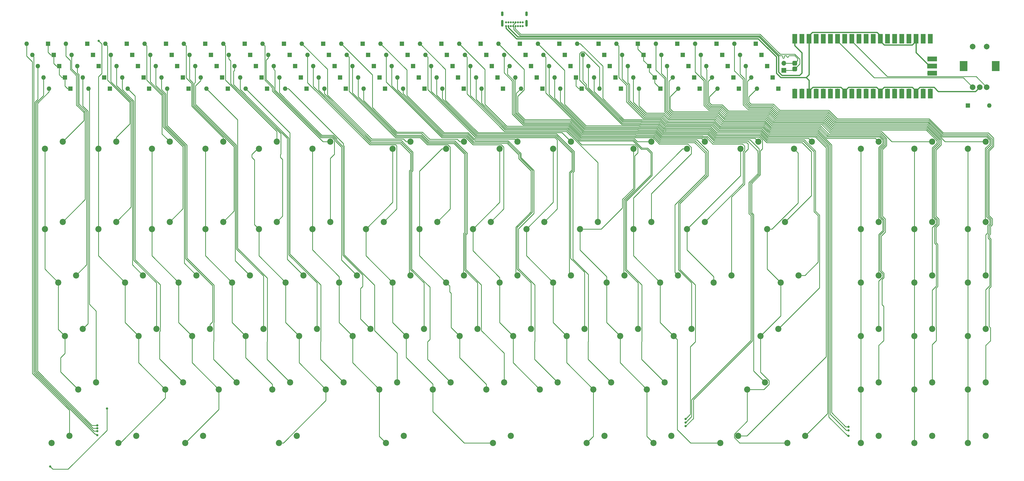
<source format=gtl>
G04 #@! TF.GenerationSoftware,KiCad,Pcbnew,(6.0.0)*
G04 #@! TF.CreationDate,2022-03-01T15:50:58-08:00*
G04 #@! TF.ProjectId,keyboard_exposed_diodes_standard_tkl,6b657962-6f61-4726-945f-6578706f7365,rev?*
G04 #@! TF.SameCoordinates,Original*
G04 #@! TF.FileFunction,Copper,L1,Top*
G04 #@! TF.FilePolarity,Positive*
%FSLAX46Y46*%
G04 Gerber Fmt 4.6, Leading zero omitted, Abs format (unit mm)*
G04 Created by KiCad (PCBNEW (6.0.0)) date 2022-03-01 15:50:58*
%MOMM*%
%LPD*%
G01*
G04 APERTURE LIST*
G04 Aperture macros list*
%AMRoundRect*
0 Rectangle with rounded corners*
0 $1 Rounding radius*
0 $2 $3 $4 $5 $6 $7 $8 $9 X,Y pos of 4 corners*
0 Add a 4 corners polygon primitive as box body*
4,1,4,$2,$3,$4,$5,$6,$7,$8,$9,$2,$3,0*
0 Add four circle primitives for the rounded corners*
1,1,$1+$1,$2,$3*
1,1,$1+$1,$4,$5*
1,1,$1+$1,$6,$7*
1,1,$1+$1,$8,$9*
0 Add four rect primitives between the rounded corners*
20,1,$1+$1,$2,$3,$4,$5,0*
20,1,$1+$1,$4,$5,$6,$7,0*
20,1,$1+$1,$6,$7,$8,$9,0*
20,1,$1+$1,$8,$9,$2,$3,0*%
G04 Aperture macros list end*
G04 #@! TA.AperFunction,ComponentPad*
%ADD10C,2.200000*%
G04 #@! TD*
G04 #@! TA.AperFunction,ComponentPad*
%ADD11R,1.600000X1.600000*%
G04 #@! TD*
G04 #@! TA.AperFunction,ComponentPad*
%ADD12O,1.600000X1.600000*%
G04 #@! TD*
G04 #@! TA.AperFunction,ComponentPad*
%ADD13R,1.700000X1.700000*%
G04 #@! TD*
G04 #@! TA.AperFunction,ComponentPad*
%ADD14O,1.700000X1.700000*%
G04 #@! TD*
G04 #@! TA.AperFunction,ComponentPad*
%ADD15C,0.700000*%
G04 #@! TD*
G04 #@! TA.AperFunction,ComponentPad*
%ADD16O,0.900000X2.400000*%
G04 #@! TD*
G04 #@! TA.AperFunction,ComponentPad*
%ADD17O,0.900000X1.700000*%
G04 #@! TD*
G04 #@! TA.AperFunction,SMDPad,CuDef*
%ADD18R,1.700000X3.500000*%
G04 #@! TD*
G04 #@! TA.AperFunction,SMDPad,CuDef*
%ADD19R,3.500000X1.700000*%
G04 #@! TD*
G04 #@! TA.AperFunction,ComponentPad*
%ADD20RoundRect,0.425000X0.425000X-0.425000X0.425000X0.425000X-0.425000X0.425000X-0.425000X-0.425000X0*%
G04 #@! TD*
G04 #@! TA.AperFunction,ComponentPad*
%ADD21R,2.800000X3.600000*%
G04 #@! TD*
G04 #@! TA.AperFunction,ComponentPad*
%ADD22C,2.000000*%
G04 #@! TD*
G04 #@! TA.AperFunction,ViaPad*
%ADD23C,0.800000*%
G04 #@! TD*
G04 #@! TA.AperFunction,Conductor*
%ADD24C,0.250000*%
G04 #@! TD*
G04 #@! TA.AperFunction,Conductor*
%ADD25C,0.400000*%
G04 #@! TD*
G04 APERTURE END LIST*
D10*
X141935000Y-247035000D03*
X148285000Y-244495000D03*
X160985000Y-247035000D03*
X167335000Y-244495000D03*
X180035000Y-247035000D03*
X186385000Y-244495000D03*
X199085000Y-247035000D03*
X205435000Y-244495000D03*
X218135000Y-247035000D03*
X224485000Y-244495000D03*
X237185000Y-247035000D03*
X243535000Y-244495000D03*
X256235000Y-247035000D03*
X262585000Y-244495000D03*
X275285000Y-247035000D03*
X281635000Y-244495000D03*
X294335000Y-247035000D03*
X300685000Y-244495000D03*
X156222500Y-285135000D03*
X162572500Y-282595000D03*
X241947500Y-304185000D03*
X248297500Y-301645000D03*
X380060000Y-247035000D03*
X386410000Y-244495000D03*
X384822500Y-266085000D03*
X391172500Y-263545000D03*
X203847500Y-304185000D03*
X210197500Y-301645000D03*
X194322500Y-285135000D03*
X200672500Y-282595000D03*
X332435000Y-247035000D03*
X338785000Y-244495000D03*
X413397500Y-266085000D03*
X419747500Y-263545000D03*
X432447500Y-323235000D03*
X438797500Y-320695000D03*
X189560000Y-266085000D03*
X195910000Y-263545000D03*
X432447500Y-266085000D03*
X438797500Y-263545000D03*
X377678750Y-285135000D03*
X384028750Y-282595000D03*
X351485000Y-247035000D03*
X357835000Y-244495000D03*
X141935000Y-218460000D03*
X148285000Y-215920000D03*
X206228750Y-323235000D03*
X212578750Y-320695000D03*
X282428750Y-323235000D03*
X288778750Y-320695000D03*
X413397500Y-285135000D03*
X419747500Y-282595000D03*
X413397500Y-304185000D03*
X419747500Y-301645000D03*
X432447500Y-285135000D03*
X438797500Y-282595000D03*
X451497500Y-285135000D03*
X457847500Y-282595000D03*
X451497500Y-304185000D03*
X457847500Y-301645000D03*
X160985000Y-218460000D03*
X167335000Y-215920000D03*
X180035000Y-218460000D03*
X186385000Y-215920000D03*
X199085000Y-218460000D03*
X205435000Y-215920000D03*
X246710000Y-218460000D03*
X253060000Y-215920000D03*
X284810000Y-218460000D03*
X291160000Y-215920000D03*
X303860000Y-218460000D03*
X310210000Y-215920000D03*
X370535000Y-218460000D03*
X376885000Y-215920000D03*
X213372500Y-285135000D03*
X219722500Y-282595000D03*
X337197500Y-304185000D03*
X343547500Y-301645000D03*
X232422500Y-285135000D03*
X238772500Y-282595000D03*
X251472500Y-285135000D03*
X257822500Y-282595000D03*
X432447500Y-247035000D03*
X438797500Y-244495000D03*
X284810000Y-266085000D03*
X291160000Y-263545000D03*
X413397500Y-247035000D03*
X419747500Y-244495000D03*
X289572500Y-285135000D03*
X295922500Y-282595000D03*
X308622500Y-285135000D03*
X314972500Y-282595000D03*
X172891250Y-323235000D03*
X179241250Y-320695000D03*
X413397500Y-323235000D03*
X419747500Y-320695000D03*
X149078750Y-323235000D03*
X155428750Y-320695000D03*
X280047500Y-304185000D03*
X286397500Y-301645000D03*
X363391250Y-323235000D03*
X369741250Y-320695000D03*
X260997500Y-304185000D03*
X267347500Y-301645000D03*
X303860000Y-266085000D03*
X310210000Y-263545000D03*
X451497500Y-218460000D03*
X457847500Y-215920000D03*
X451497500Y-266085000D03*
X457847500Y-263545000D03*
X451497500Y-247035000D03*
X457847500Y-244495000D03*
X413397500Y-218460000D03*
X419747500Y-215920000D03*
X151460000Y-266085000D03*
X157810000Y-263545000D03*
X346722500Y-285135000D03*
X353072500Y-282595000D03*
X208610000Y-266085000D03*
X214960000Y-263545000D03*
X361010000Y-266085000D03*
X367360000Y-263545000D03*
X451497500Y-323235000D03*
X457847500Y-320695000D03*
X372916250Y-304185000D03*
X379266250Y-301645000D03*
X175272500Y-285135000D03*
X181622500Y-282595000D03*
X432447500Y-218460000D03*
X438797500Y-215920000D03*
X244328750Y-323235000D03*
X250678750Y-320695000D03*
X227660000Y-266085000D03*
X234010000Y-263545000D03*
X265760000Y-266085000D03*
X272110000Y-263545000D03*
X432447500Y-304185000D03*
X438797500Y-301645000D03*
X170510000Y-266085000D03*
X176860000Y-263545000D03*
X184797500Y-304185000D03*
X191147500Y-301645000D03*
X246710000Y-266085000D03*
X253060000Y-263545000D03*
X270522500Y-285135000D03*
X276872500Y-282595000D03*
X341960000Y-266085000D03*
X348310000Y-263545000D03*
X351485000Y-218460000D03*
X357835000Y-215920000D03*
X218135000Y-218460000D03*
X224485000Y-215920000D03*
X265760000Y-218460000D03*
X272110000Y-215920000D03*
X315766250Y-323235000D03*
X322116250Y-320695000D03*
X299097500Y-304185000D03*
X305447500Y-301645000D03*
X127647500Y-266085000D03*
X133997500Y-263545000D03*
X134791250Y-304185000D03*
X141141250Y-301645000D03*
X125266250Y-323235000D03*
X131616250Y-320695000D03*
X122885000Y-218460000D03*
X129235000Y-215920000D03*
X130028750Y-285135000D03*
X136378750Y-282595000D03*
X122885000Y-247035000D03*
X129235000Y-244495000D03*
X222897500Y-304185000D03*
X229247500Y-301645000D03*
X327672500Y-285135000D03*
X334022500Y-282595000D03*
X339578750Y-323235000D03*
X345928750Y-320695000D03*
X322910000Y-266085000D03*
X329260000Y-263545000D03*
X332435000Y-218460000D03*
X338785000Y-215920000D03*
X387203750Y-323235000D03*
X393553750Y-320695000D03*
X318147500Y-304185000D03*
X324497500Y-301645000D03*
D11*
X124000000Y-181000000D03*
D12*
X116380000Y-181000000D03*
D11*
X370000000Y-197000000D03*
D12*
X362380000Y-197000000D03*
D11*
X340000000Y-193000000D03*
D12*
X332380000Y-193000000D03*
D11*
X140000000Y-185000000D03*
D12*
X132380000Y-185000000D03*
D13*
X386000000Y-190540000D03*
D14*
X386000000Y-188000000D03*
D15*
X293000000Y-174725000D03*
X292150000Y-174725000D03*
X291300000Y-174725000D03*
X290450000Y-174725000D03*
X289600000Y-174725000D03*
X288750000Y-174725000D03*
X287900000Y-174725000D03*
X287050000Y-174725000D03*
X287050000Y-173375000D03*
X287900000Y-173375000D03*
X288750000Y-173375000D03*
X289600000Y-173375000D03*
X290450000Y-173375000D03*
X291300000Y-173375000D03*
X292150000Y-173375000D03*
X293000000Y-173375000D03*
D16*
X294350000Y-173745000D03*
D17*
X294350000Y-170365000D03*
D16*
X285700000Y-173745000D03*
D17*
X285700000Y-170365000D03*
D18*
X389870000Y-198790000D03*
D14*
X389870000Y-197890000D03*
X392410000Y-197890000D03*
D18*
X392410000Y-198790000D03*
D13*
X394950000Y-197890000D03*
D18*
X394950000Y-198790000D03*
X397490000Y-198790000D03*
D14*
X397490000Y-197890000D03*
X400030000Y-197890000D03*
D18*
X400030000Y-198790000D03*
D14*
X402570000Y-197890000D03*
D18*
X402570000Y-198790000D03*
X405110000Y-198790000D03*
D14*
X405110000Y-197890000D03*
D18*
X407650000Y-198790000D03*
D13*
X407650000Y-197890000D03*
D18*
X410190000Y-198790000D03*
D14*
X410190000Y-197890000D03*
X412730000Y-197890000D03*
D18*
X412730000Y-198790000D03*
X415270000Y-198790000D03*
D14*
X415270000Y-197890000D03*
D18*
X417810000Y-198790000D03*
D14*
X417810000Y-197890000D03*
D13*
X420350000Y-197890000D03*
D18*
X420350000Y-198790000D03*
X422890000Y-198790000D03*
D14*
X422890000Y-197890000D03*
D18*
X425430000Y-198790000D03*
D14*
X425430000Y-197890000D03*
X427970000Y-197890000D03*
D18*
X427970000Y-198790000D03*
D14*
X430510000Y-197890000D03*
D18*
X430510000Y-198790000D03*
D13*
X433050000Y-197890000D03*
D18*
X433050000Y-198790000D03*
X435590000Y-198790000D03*
D14*
X435590000Y-197890000D03*
X438130000Y-197890000D03*
D18*
X438130000Y-198790000D03*
X438130000Y-179210000D03*
D14*
X438130000Y-180110000D03*
X435590000Y-180110000D03*
D18*
X435590000Y-179210000D03*
X433050000Y-179210000D03*
D13*
X433050000Y-180110000D03*
D18*
X430510000Y-179210000D03*
D14*
X430510000Y-180110000D03*
X427970000Y-180110000D03*
D18*
X427970000Y-179210000D03*
X425430000Y-179210000D03*
D14*
X425430000Y-180110000D03*
X422890000Y-180110000D03*
D18*
X422890000Y-179210000D03*
X420350000Y-179210000D03*
D13*
X420350000Y-180110000D03*
D18*
X417810000Y-179210000D03*
D14*
X417810000Y-180110000D03*
D18*
X415270000Y-179210000D03*
D14*
X415270000Y-180110000D03*
D18*
X412730000Y-179210000D03*
D14*
X412730000Y-180110000D03*
D18*
X410190000Y-179210000D03*
D14*
X410190000Y-180110000D03*
D13*
X407650000Y-180110000D03*
D18*
X407650000Y-179210000D03*
X405110000Y-179210000D03*
D14*
X405110000Y-180110000D03*
X402570000Y-180110000D03*
D18*
X402570000Y-179210000D03*
D14*
X400030000Y-180110000D03*
D18*
X400030000Y-179210000D03*
D14*
X397490000Y-180110000D03*
D18*
X397490000Y-179210000D03*
D13*
X394950000Y-180110000D03*
D18*
X394950000Y-179210000D03*
D14*
X392410000Y-180110000D03*
D18*
X392410000Y-179210000D03*
D14*
X389870000Y-180110000D03*
D18*
X389870000Y-179210000D03*
D19*
X438800000Y-191540000D03*
D14*
X437900000Y-191540000D03*
D13*
X437900000Y-189000000D03*
D19*
X438800000Y-189000000D03*
X438800000Y-186460000D03*
D14*
X437900000Y-186460000D03*
D20*
X389880000Y-190000000D03*
X389880000Y-188000000D03*
D11*
X338000000Y-189000000D03*
D12*
X330380000Y-189000000D03*
D11*
X226000000Y-189000000D03*
D12*
X218380000Y-189000000D03*
D11*
X310000000Y-189000000D03*
D12*
X302380000Y-189000000D03*
D11*
X300000000Y-197000000D03*
D12*
X292380000Y-197000000D03*
D11*
X296000000Y-189000000D03*
D12*
X288380000Y-189000000D03*
D11*
X282000000Y-189000000D03*
D12*
X274380000Y-189000000D03*
D11*
X142000000Y-189000000D03*
D12*
X134380000Y-189000000D03*
D11*
X194000000Y-181000000D03*
D12*
X186380000Y-181000000D03*
D11*
X328000000Y-197000000D03*
D12*
X320380000Y-197000000D03*
D11*
X160000000Y-197000000D03*
D12*
X152380000Y-197000000D03*
D11*
X180000000Y-181000000D03*
D12*
X172380000Y-181000000D03*
D21*
X450000000Y-189000000D03*
X461400000Y-189000000D03*
D22*
X453200000Y-196500000D03*
X458200000Y-196500000D03*
X455700000Y-196500000D03*
X453200000Y-182000000D03*
X458200000Y-182000000D03*
D11*
X286000000Y-197000000D03*
D12*
X278380000Y-197000000D03*
D11*
X240000000Y-189000000D03*
D12*
X232380000Y-189000000D03*
D11*
X322000000Y-185000000D03*
D12*
X314380000Y-185000000D03*
D11*
X362000000Y-181000000D03*
D12*
X354380000Y-181000000D03*
D11*
X324000000Y-189000000D03*
D12*
X316380000Y-189000000D03*
D11*
X384000000Y-197000000D03*
D12*
X376380000Y-197000000D03*
D11*
X308000000Y-185000000D03*
D12*
X300380000Y-185000000D03*
D11*
X334000000Y-181000000D03*
D12*
X326380000Y-181000000D03*
D11*
X258000000Y-197000000D03*
D12*
X250380000Y-197000000D03*
D11*
X242000000Y-193000000D03*
D12*
X234380000Y-193000000D03*
D11*
X154000000Y-185000000D03*
D12*
X146380000Y-185000000D03*
D11*
X342000000Y-197000000D03*
D12*
X334380000Y-197000000D03*
D11*
X172000000Y-193000000D03*
D12*
X164380000Y-193000000D03*
D11*
X144000000Y-193000000D03*
D12*
X136380000Y-193000000D03*
D11*
X212000000Y-189000000D03*
D12*
X204380000Y-189000000D03*
D11*
X244000000Y-197000000D03*
D12*
X236380000Y-197000000D03*
D11*
X314000000Y-197000000D03*
D12*
X306380000Y-197000000D03*
D11*
X280000000Y-185000000D03*
D12*
X272380000Y-185000000D03*
D11*
X202000000Y-197000000D03*
D12*
X194380000Y-197000000D03*
D11*
X320000000Y-181000000D03*
D12*
X312380000Y-181000000D03*
D11*
X182000000Y-185000000D03*
D12*
X174380000Y-185000000D03*
D11*
X364000000Y-185000000D03*
D12*
X356380000Y-185000000D03*
D11*
X378000000Y-185000000D03*
D12*
X370380000Y-185000000D03*
D11*
X284000000Y-193000000D03*
D12*
X276380000Y-193000000D03*
D11*
X264000000Y-181000000D03*
D12*
X256380000Y-181000000D03*
D11*
X130000000Y-193000000D03*
D12*
X122380000Y-193000000D03*
D11*
X254000000Y-189000000D03*
D12*
X246380000Y-189000000D03*
D11*
X200000000Y-193000000D03*
D12*
X192380000Y-193000000D03*
D11*
X350000000Y-185000000D03*
D12*
X342380000Y-185000000D03*
D11*
X252000000Y-185000000D03*
D12*
X244380000Y-185000000D03*
D11*
X228000000Y-193000000D03*
D12*
X220380000Y-193000000D03*
D11*
X270000000Y-193000000D03*
D12*
X262380000Y-193000000D03*
D11*
X126000000Y-185000000D03*
D12*
X118380000Y-185000000D03*
D11*
X132000000Y-197000000D03*
D12*
X124380000Y-197000000D03*
D11*
X348000000Y-181000000D03*
D12*
X340380000Y-181000000D03*
D11*
X356000000Y-197000000D03*
D12*
X348380000Y-197000000D03*
D11*
X268000000Y-189000000D03*
D12*
X260380000Y-189000000D03*
D11*
X256000000Y-193000000D03*
D12*
X248380000Y-193000000D03*
D11*
X230000000Y-197000000D03*
D12*
X222380000Y-197000000D03*
D11*
X170000000Y-189000000D03*
D12*
X162380000Y-189000000D03*
D11*
X174000000Y-197000000D03*
D12*
X166380000Y-197000000D03*
D11*
X166000000Y-181000000D03*
D12*
X158380000Y-181000000D03*
D11*
X210000000Y-185000000D03*
D12*
X202380000Y-185000000D03*
D11*
X186000000Y-193000000D03*
D12*
X178380000Y-193000000D03*
D11*
X278000000Y-181000000D03*
D12*
X270380000Y-181000000D03*
D11*
X266000000Y-185000000D03*
D12*
X258380000Y-185000000D03*
D11*
X152000000Y-181000000D03*
D12*
X144380000Y-181000000D03*
D11*
X184000000Y-189000000D03*
D12*
X176380000Y-189000000D03*
D11*
X366000000Y-189000000D03*
D12*
X358380000Y-189000000D03*
D11*
X188000000Y-197000000D03*
D12*
X180380000Y-197000000D03*
D11*
X158000000Y-193000000D03*
D12*
X150380000Y-193000000D03*
D11*
X298000000Y-193000000D03*
D12*
X290380000Y-193000000D03*
D11*
X128000000Y-189000000D03*
D12*
X120380000Y-189000000D03*
D11*
X272000000Y-197000000D03*
D12*
X264380000Y-197000000D03*
D11*
X352000000Y-189000000D03*
D12*
X344380000Y-189000000D03*
D11*
X382000000Y-193000000D03*
D12*
X374380000Y-193000000D03*
D11*
X368000000Y-193000000D03*
D12*
X360380000Y-193000000D03*
D11*
X208000000Y-181000000D03*
D12*
X200380000Y-181000000D03*
D11*
X196000000Y-185000000D03*
D12*
X188380000Y-185000000D03*
D11*
X216000000Y-197000000D03*
D12*
X208380000Y-197000000D03*
D11*
X326000000Y-193000000D03*
D12*
X318380000Y-193000000D03*
D11*
X198000000Y-189000000D03*
D12*
X190380000Y-189000000D03*
D11*
X138000000Y-181000000D03*
D12*
X130380000Y-181000000D03*
D11*
X336000000Y-185000000D03*
D12*
X328380000Y-185000000D03*
D11*
X376000000Y-181000000D03*
D12*
X368380000Y-181000000D03*
D11*
X214000000Y-193000000D03*
D12*
X206380000Y-193000000D03*
D11*
X306000000Y-181000000D03*
D12*
X298380000Y-181000000D03*
D11*
X236000000Y-181000000D03*
D12*
X228380000Y-181000000D03*
D11*
X292000000Y-181000000D03*
D12*
X284380000Y-181000000D03*
D11*
X294000000Y-185000000D03*
D12*
X286380000Y-185000000D03*
D11*
X156000000Y-189000000D03*
D12*
X148380000Y-189000000D03*
D11*
X354000000Y-193000000D03*
D12*
X346380000Y-193000000D03*
D11*
X168000000Y-185000000D03*
D12*
X160380000Y-185000000D03*
D11*
X146000000Y-197000000D03*
D12*
X138380000Y-197000000D03*
D11*
X224000000Y-185000000D03*
D12*
X216380000Y-185000000D03*
D11*
X222000000Y-181000000D03*
D12*
X214380000Y-181000000D03*
D11*
X380000000Y-189000000D03*
D12*
X372380000Y-189000000D03*
D11*
X238000000Y-185000000D03*
D12*
X230380000Y-185000000D03*
D11*
X312000000Y-193000000D03*
D12*
X304380000Y-193000000D03*
D11*
X250000000Y-181000000D03*
D12*
X242380000Y-181000000D03*
D10*
X313385000Y-247035000D03*
X319735000Y-244495000D03*
X389585000Y-218460000D03*
X395935000Y-215920000D03*
X165747500Y-304185000D03*
X172097500Y-301645000D03*
D11*
X451500000Y-203000000D03*
D12*
X459120000Y-203000000D03*
D23*
X409000000Y-318750000D03*
X141512653Y-317987347D03*
X351000000Y-314750000D03*
X141500000Y-319000000D03*
X409000000Y-320750000D03*
X141500000Y-320500000D03*
X351000000Y-316000000D03*
X409000000Y-317500000D03*
X351000000Y-317250000D03*
X141518939Y-316968328D03*
X142000000Y-180000000D03*
X124750000Y-331675020D03*
X145000000Y-311000000D03*
D24*
X190250000Y-240630000D02*
X186385000Y-244495000D01*
X175575011Y-203001009D02*
X190250000Y-217675998D01*
X175575011Y-194938601D02*
X175575011Y-203001009D01*
X174380000Y-193743590D02*
X175575011Y-194938601D01*
X174380000Y-185000000D02*
X174380000Y-193743590D01*
X190250000Y-217675998D02*
X190250000Y-240630000D01*
X190672023Y-258307023D02*
X195910000Y-263545000D01*
X190672023Y-217461611D02*
X190672023Y-258307023D01*
X176025021Y-202814609D02*
X190672023Y-217461611D01*
X176025021Y-195172875D02*
X176025021Y-202814609D01*
X176380000Y-194817896D02*
X176025021Y-195172875D01*
X176380000Y-189000000D02*
X176380000Y-194817896D01*
X200672500Y-263765072D02*
X200672500Y-282595000D01*
X191048543Y-254141115D02*
X200672500Y-263765072D01*
X191048543Y-221879604D02*
X191048543Y-254141115D01*
X191048543Y-220120401D02*
X191048541Y-221879602D01*
X191048543Y-217201721D02*
X191048543Y-220120401D01*
X191048541Y-221879602D02*
X191048543Y-221879604D01*
X176475031Y-196036339D02*
X176475031Y-202628209D01*
X178380000Y-193000000D02*
X178380000Y-194131370D01*
X178380000Y-194131370D02*
X176475031Y-196036339D01*
X176475031Y-202628209D02*
X191048543Y-217201721D01*
X297237979Y-293435479D02*
X305447500Y-301645000D01*
X297237979Y-287167786D02*
X297237979Y-293435479D01*
X297347501Y-287058264D02*
X297237979Y-287167786D01*
X291500000Y-261139588D02*
X297347501Y-266987089D01*
X291500000Y-247000000D02*
X291500000Y-261139588D01*
X297000000Y-241500000D02*
X291500000Y-247000000D01*
X297347501Y-266987089D02*
X297347501Y-287058264D01*
X297000000Y-226134973D02*
X297000000Y-241500000D01*
X292402479Y-221537452D02*
X297000000Y-226134973D01*
X292402479Y-220152479D02*
X292402479Y-221537452D01*
X287770883Y-215520883D02*
X292402479Y-220152479D01*
X276051540Y-215520883D02*
X287770883Y-215520883D01*
X275795235Y-215264578D02*
X276051540Y-215520883D01*
X275472811Y-215264577D02*
X275795235Y-215264578D01*
X264758766Y-213144470D02*
X265008765Y-213144469D01*
X265008765Y-213144469D02*
X265009262Y-213144966D01*
X250380000Y-198765703D02*
X264758766Y-213144470D01*
X250380000Y-197000000D02*
X250380000Y-198765703D01*
X265009262Y-213144966D02*
X273353201Y-213144966D01*
X273353201Y-213144966D02*
X275472811Y-215264577D01*
X295922500Y-266197806D02*
X295922500Y-282595000D01*
X291000000Y-246500000D02*
X291000000Y-261275306D01*
X296500000Y-241000000D02*
X291000000Y-246500000D01*
X292289282Y-221956734D02*
X296500000Y-226167452D01*
X296500000Y-226167452D02*
X296500000Y-241000000D01*
X292025959Y-221693412D02*
X292289282Y-221956734D01*
X292025959Y-220412174D02*
X292025959Y-221693412D01*
X273166310Y-213594486D02*
X275571824Y-216000000D01*
X264651974Y-213594486D02*
X273166310Y-213594486D01*
X264651470Y-213593982D02*
X264651974Y-213594486D01*
X275571824Y-216000000D02*
X287613785Y-216000000D01*
X291000000Y-261275306D02*
X295922500Y-266197806D01*
X287613785Y-216000000D02*
X292025959Y-220412174D01*
X264572575Y-213593982D02*
X264651470Y-213593982D01*
X248380000Y-197401407D02*
X264572575Y-213593982D01*
X248380000Y-193000000D02*
X248380000Y-197401407D01*
X381715000Y-247035000D02*
X380060000Y-247035000D01*
X391020479Y-237729521D02*
X381715000Y-247035000D01*
X391020479Y-220016440D02*
X391020479Y-237729521D01*
X391080960Y-219955960D02*
X391020479Y-220016440D01*
X389585000Y-218460000D02*
X391080960Y-219955960D01*
X320965000Y-247035000D02*
X313385000Y-247035000D01*
X328500000Y-239500000D02*
X320965000Y-247035000D01*
X328500000Y-236500000D02*
X328500000Y-239500000D01*
X332435000Y-232565000D02*
X328500000Y-236500000D01*
X332435000Y-218460000D02*
X332435000Y-232565000D01*
X329000000Y-236750000D02*
X329000000Y-263285000D01*
X332884511Y-232865489D02*
X329000000Y-236750000D01*
X332884511Y-221002408D02*
X332884511Y-232865489D01*
X334000000Y-219886919D02*
X332884511Y-221002408D01*
X334000000Y-218010436D02*
X334000000Y-219886919D01*
X333025053Y-217035489D02*
X334000000Y-218010436D01*
X314021376Y-217035489D02*
X333025053Y-217035489D01*
X313084399Y-216098541D02*
X313084428Y-216098541D01*
X312821084Y-215835230D02*
X313084399Y-216098541D01*
X312821076Y-215835230D02*
X312821084Y-215835230D01*
X312557767Y-215571921D02*
X312821076Y-215835230D01*
X312557762Y-215571921D02*
X312557767Y-215571921D01*
X312294453Y-215308612D02*
X312557762Y-215571921D01*
X312076264Y-215090428D02*
X312294448Y-215308612D01*
X312076264Y-215090413D02*
X312076264Y-215090428D01*
X329000000Y-263285000D02*
X329260000Y-263545000D01*
X312294448Y-215308612D02*
X312294453Y-215308612D01*
X313084428Y-216098541D02*
X314021376Y-217035489D01*
X308775100Y-211789249D02*
X312076264Y-215090413D01*
X274380000Y-189000000D02*
X274380000Y-199457299D01*
X274380000Y-199457299D02*
X286711950Y-211789249D01*
X286711950Y-211789249D02*
X308775100Y-211789249D01*
X353149511Y-313850489D02*
X351000000Y-316000000D01*
X353149511Y-307850489D02*
X353149511Y-313850489D01*
X374300421Y-286699579D02*
X353149511Y-307850489D01*
X374300421Y-242273520D02*
X374300421Y-286699579D01*
X373550480Y-241523579D02*
X374300421Y-242273520D01*
X376719516Y-227309048D02*
X373550480Y-230478084D01*
X376719516Y-220016442D02*
X376719516Y-227309048D01*
X376666458Y-219963384D02*
X376719516Y-220016442D01*
X376666457Y-219184521D02*
X376666458Y-219963384D01*
X373231936Y-215750000D02*
X376666457Y-219184521D01*
X342730961Y-213401467D02*
X358858651Y-213401467D01*
X334341919Y-211348918D02*
X340678411Y-211348918D01*
X334146915Y-211153914D02*
X334341919Y-211348918D01*
X315132507Y-211153915D02*
X334146915Y-211153914D01*
X304380000Y-200401408D02*
X315132507Y-211153915D01*
X373550480Y-230478084D02*
X373550480Y-241523579D01*
X340678411Y-211348918D02*
X342730961Y-213401467D01*
X304380000Y-193000000D02*
X304380000Y-200401408D01*
X361207184Y-215750000D02*
X373231936Y-215750000D01*
X358858651Y-213401467D02*
X361207184Y-215750000D01*
X353750000Y-314500000D02*
X351000000Y-317250000D01*
X353750000Y-307885704D02*
X353750000Y-314500000D01*
X374750000Y-286885704D02*
X353750000Y-307885704D01*
X374750000Y-262750000D02*
X374750000Y-286885704D01*
X374749931Y-242087312D02*
X374749931Y-262749931D01*
X374000000Y-241337381D02*
X374749931Y-242087312D01*
X374000000Y-230664282D02*
X374000000Y-241337381D01*
X377169027Y-227495255D02*
X374000000Y-230664282D01*
X377169027Y-219830249D02*
X377169027Y-227495255D01*
X377115968Y-219777190D02*
X377169027Y-219830249D01*
X377115968Y-218408366D02*
X377115968Y-219777190D01*
X361342888Y-215250000D02*
X373957602Y-215250000D01*
X340864605Y-210899408D02*
X342917154Y-212951956D01*
X334528112Y-210899407D02*
X340864605Y-210899408D01*
X342917154Y-212951956D02*
X359044845Y-212951957D01*
X373957602Y-215250000D02*
X377115968Y-218408366D01*
X334333109Y-210704404D02*
X334528112Y-210899407D01*
X306380000Y-201765704D02*
X315318700Y-210704404D01*
X374749931Y-262749931D02*
X374750000Y-262750000D01*
X315318700Y-210704404D02*
X334333109Y-210704404D01*
X359044845Y-212951957D02*
X361342888Y-215250000D01*
X306380000Y-197000000D02*
X306380000Y-201765704D01*
D25*
X389870000Y-181670000D02*
X389870000Y-180110000D01*
X391550000Y-192250000D02*
X392400000Y-191400000D01*
X392400000Y-184200000D02*
X389870000Y-181670000D01*
X287900000Y-175219974D02*
X291230516Y-178550490D01*
X384100978Y-185512699D02*
X384100978Y-191100978D01*
X377138770Y-178550490D02*
X384100978Y-185512699D01*
X392400000Y-191400000D02*
X392400000Y-184200000D01*
X384100978Y-191100978D02*
X385250000Y-192250000D01*
X291230516Y-178550490D02*
X377138770Y-178550490D01*
X385250000Y-192250000D02*
X391550000Y-192250000D01*
X287900000Y-174725000D02*
X287900000Y-175219974D01*
X376849022Y-179250000D02*
X383300489Y-185701467D01*
X290805026Y-179250000D02*
X376849022Y-179250000D01*
X287050000Y-174725000D02*
X287050000Y-175494974D01*
X419159511Y-176960489D02*
X396140489Y-176960489D01*
X434399511Y-196540489D02*
X433050000Y-197890000D01*
X383300489Y-185701467D02*
X383300489Y-191539746D01*
X433050000Y-180110000D02*
X431700489Y-181459511D01*
X419000489Y-196540489D02*
X408999511Y-196540489D01*
X439479511Y-196540489D02*
X434399511Y-196540489D01*
X421699511Y-181459511D02*
X420350000Y-180110000D01*
X394950000Y-194099042D02*
X393925479Y-193074521D01*
X287050000Y-175494974D02*
X290805026Y-179250000D01*
X393925479Y-193074521D02*
X394950000Y-192050000D01*
X394950000Y-197890000D02*
X394950000Y-194099042D01*
X420350000Y-180110000D02*
X420350000Y-178150978D01*
X454200489Y-197999511D02*
X440938533Y-197999511D01*
X394950000Y-192050000D02*
X394950000Y-180110000D01*
X455700000Y-196500000D02*
X454200489Y-197999511D01*
X420350000Y-178150978D02*
X419159511Y-176960489D01*
X437900000Y-189000000D02*
X433050000Y-184150000D01*
X421699511Y-196540489D02*
X420350000Y-197890000D01*
X431700489Y-196540489D02*
X421699511Y-196540489D01*
X408999511Y-196540489D02*
X407650000Y-197890000D01*
X407650000Y-197890000D02*
X406300489Y-196540489D01*
X396299511Y-196540489D02*
X394950000Y-197890000D01*
X440938533Y-197999511D02*
X439479511Y-196540489D01*
X383300489Y-191539746D02*
X384835264Y-193074521D01*
X431700489Y-181459511D02*
X421699511Y-181459511D01*
X433050000Y-184150000D02*
X433050000Y-180110000D01*
X406300489Y-196540489D02*
X396299511Y-196540489D01*
X384835264Y-193074521D02*
X393925479Y-193074521D01*
X433050000Y-197890000D02*
X431700489Y-196540489D01*
X420350000Y-197890000D02*
X419000489Y-196540489D01*
X396140489Y-176960489D02*
X394950000Y-178150978D01*
X394950000Y-178150978D02*
X394950000Y-180110000D01*
D24*
X286514515Y-212239260D02*
X308589407Y-212239260D01*
X272380000Y-185000000D02*
X273179999Y-185799999D01*
X308589407Y-212239260D02*
X319735000Y-223384853D01*
X319735000Y-223384853D02*
X319735000Y-244495000D01*
X273179999Y-185799999D02*
X273179999Y-198904744D01*
X273179999Y-198904744D02*
X286514515Y-212239260D01*
X149384999Y-243395001D02*
X148285000Y-244495000D01*
X146380000Y-194558588D02*
X153583809Y-201762397D01*
X146380000Y-185000000D02*
X146380000Y-194558588D01*
X153583809Y-239196191D02*
X149384999Y-243395001D01*
X153583809Y-201762397D02*
X153583809Y-239196191D01*
X160380000Y-185000000D02*
X160380000Y-194568593D01*
X165022171Y-210679283D02*
X172045093Y-217702205D01*
X172045093Y-217702205D02*
X172045093Y-239784907D01*
X172045093Y-239784907D02*
X167335000Y-244495000D01*
X165022171Y-199210764D02*
X165022171Y-210679283D01*
X160380000Y-194568593D02*
X165022171Y-199210764D01*
X189055448Y-187108696D02*
X189055448Y-195234036D01*
X207500000Y-242430000D02*
X205435000Y-244495000D01*
X206860001Y-213038589D02*
X206860001Y-220383264D01*
X207500000Y-222256735D02*
X207500000Y-242430000D01*
X206860001Y-220383264D02*
X206750479Y-220492786D01*
X189055448Y-195234036D02*
X206860001Y-213038589D01*
X188380000Y-186433248D02*
X189055448Y-187108696D01*
X188380000Y-185000000D02*
X188380000Y-186433248D01*
X206750479Y-221507214D02*
X207500000Y-222256735D01*
X206750479Y-220492786D02*
X206750479Y-221507214D01*
X201630009Y-186881361D02*
X201630008Y-193808597D01*
X204325680Y-197709363D02*
X221111316Y-214494999D01*
X224485000Y-242939366D02*
X224485000Y-244495000D01*
X202380000Y-185000000D02*
X202380000Y-186131370D01*
X225910001Y-220375997D02*
X224485000Y-221800998D01*
X225169001Y-214494999D02*
X225910001Y-215235999D01*
X225910001Y-215235999D02*
X225910001Y-220375997D01*
X224485000Y-221800998D02*
X224485000Y-242939366D01*
X204325680Y-196504269D02*
X204325680Y-197709363D01*
X221111316Y-214494999D02*
X225169001Y-214494999D01*
X201630008Y-193808597D02*
X204325680Y-196504269D01*
X202380000Y-186131370D02*
X201630009Y-186881361D01*
X248145479Y-217395479D02*
X248145479Y-239884521D01*
X248145479Y-239884521D02*
X243535000Y-244495000D01*
X238535489Y-217035489D02*
X247785489Y-217035489D01*
X247785489Y-217035489D02*
X248145479Y-217395479D01*
X216380000Y-185000000D02*
X216380000Y-194880000D01*
X216380000Y-194880000D02*
X238535489Y-217035489D01*
X256494999Y-214494999D02*
X259035489Y-217035489D01*
X259035489Y-217035489D02*
X266350053Y-217035489D01*
X266350053Y-217035489D02*
X267195479Y-217880915D01*
X231179999Y-197972843D02*
X247702155Y-214494999D01*
X267195479Y-239884521D02*
X262585000Y-244495000D01*
X230380000Y-185000000D02*
X231179999Y-185799999D01*
X231179999Y-185799999D02*
X231179999Y-197972843D01*
X267195479Y-217880915D02*
X267195479Y-239884521D01*
X247702155Y-214494999D02*
X256494999Y-214494999D01*
X244380000Y-194672810D02*
X264202189Y-214494999D01*
X285340063Y-216975499D02*
X286234511Y-217869947D01*
X275274501Y-216975499D02*
X285340063Y-216975499D01*
X264202189Y-214494999D02*
X272794001Y-214494999D01*
X244380000Y-185000000D02*
X244380000Y-194672810D01*
X286234511Y-239895489D02*
X281635000Y-244495000D01*
X286234511Y-217869947D02*
X286234511Y-239895489D01*
X272794001Y-214494999D02*
X275274501Y-216975499D01*
X276166917Y-214365548D02*
X276167627Y-214365548D01*
X291849002Y-214500000D02*
X304500000Y-214500000D01*
X290466710Y-214504288D02*
X290475999Y-214494999D01*
X290475999Y-214494999D02*
X291844001Y-214494999D01*
X276306366Y-214504288D02*
X290466710Y-214504288D01*
X276167627Y-214365548D02*
X276306366Y-214504288D01*
X259179999Y-185799999D02*
X259179999Y-197378630D01*
X291844001Y-214494999D02*
X291849002Y-214500000D01*
X304500000Y-214500000D02*
X305295479Y-215295479D01*
X259179999Y-197378630D02*
X276166917Y-214365548D01*
X305295479Y-215295479D02*
X305295479Y-239884521D01*
X305295479Y-239884521D02*
X300685000Y-244495000D01*
X258380000Y-185000000D02*
X259179999Y-185799999D01*
X150380000Y-197285767D02*
X154521377Y-201427144D01*
X150380000Y-193000000D02*
X150380000Y-197285767D01*
X154521377Y-258147375D02*
X162572500Y-266198498D01*
X162572500Y-281039366D02*
X162572500Y-282595000D01*
X154521377Y-201427144D02*
X154521377Y-258147375D01*
X162572500Y-266198498D02*
X162572500Y-281039366D01*
X134549990Y-192186400D02*
X134549990Y-202664286D01*
X134549990Y-202664286D02*
X137250000Y-205364296D01*
X137250000Y-236480000D02*
X129235000Y-244495000D01*
X132380000Y-190016410D02*
X134549990Y-192186400D01*
X132380000Y-185000000D02*
X132380000Y-190016410D01*
X137250000Y-205364296D02*
X137250000Y-236480000D01*
X240250000Y-267039588D02*
X240250000Y-283191032D01*
X229399022Y-217471175D02*
X229399021Y-218215948D01*
X248297500Y-291238532D02*
X248297500Y-301645000D01*
X229144301Y-217216453D02*
X229149022Y-217221175D01*
X229399021Y-218215948D02*
X229399022Y-256188610D01*
X229399022Y-256188610D02*
X240250000Y-267039588D01*
X229144301Y-216561068D02*
X229144301Y-217216453D01*
X240250000Y-283191032D02*
X248297500Y-291238532D01*
X209583233Y-197000000D02*
X229144301Y-216561068D01*
X229149022Y-217221175D02*
X229399022Y-217471175D01*
X208380000Y-197000000D02*
X209583233Y-197000000D01*
X341423181Y-209550869D02*
X343372312Y-211500000D01*
X378759021Y-215166133D02*
X379842888Y-216250000D01*
X361824039Y-213824026D02*
X377439294Y-213824026D01*
X315699510Y-195563806D02*
X315699510Y-196606621D01*
X395769521Y-219519521D02*
X395769521Y-235135479D01*
X392500000Y-216250000D02*
X395769521Y-219519521D01*
X343734085Y-211500000D02*
X343835064Y-211550489D01*
X315699510Y-196606621D02*
X328448763Y-209355875D01*
X377439294Y-213824026D02*
X378759022Y-215143754D01*
X343372312Y-211500000D02*
X343734085Y-211500000D01*
X344079983Y-211500000D02*
X359500000Y-211500000D01*
X314380000Y-194244296D02*
X315699510Y-195563806D01*
X395769521Y-235135479D02*
X386410000Y-244495000D01*
X379842888Y-216250000D02*
X392500000Y-216250000D01*
X378759022Y-215143754D02*
X378759021Y-215166133D01*
X334891691Y-209355874D02*
X335086685Y-209550868D01*
X335086685Y-209550868D02*
X341423181Y-209550869D01*
X359600969Y-211600969D02*
X359600983Y-211600970D01*
X359600983Y-211600970D02*
X361824039Y-213824026D01*
X359500000Y-211500000D02*
X359600969Y-211600969D01*
X343835064Y-211550489D02*
X343928515Y-211550489D01*
X314380000Y-185000000D02*
X314380000Y-194244296D01*
X328448763Y-209355875D02*
X334891691Y-209355874D01*
X343928515Y-211550489D02*
X344079983Y-211500000D01*
X344127630Y-211048048D02*
X344127633Y-211048045D01*
X343906935Y-211083856D02*
X344014360Y-211048048D01*
X377625474Y-213374514D02*
X380000960Y-215750000D01*
X335219565Y-209048044D02*
X341556064Y-209048044D01*
X380000960Y-215750000D02*
X393000000Y-215750000D01*
X343755242Y-211048048D02*
X343755248Y-211048048D01*
X343556064Y-211048044D02*
X343668475Y-211048044D01*
X341556064Y-209048044D02*
X343556064Y-211048044D01*
X343755225Y-211048041D02*
X343755229Y-211048041D01*
X343755229Y-211048041D02*
X343755232Y-211048044D01*
X343755253Y-211048053D02*
X343835327Y-211048051D01*
X343668475Y-211048044D02*
X343733540Y-211026356D01*
X344181208Y-211048044D02*
X344500007Y-211048043D01*
X316380000Y-196651407D02*
X328634956Y-208906364D01*
X328634956Y-208906364D02*
X335077885Y-208906364D01*
X398176421Y-258823579D02*
X393455000Y-263545000D01*
X396750000Y-240847085D02*
X398176421Y-242273506D01*
X344127633Y-211048045D02*
X344181208Y-211048044D01*
X396750000Y-219500000D02*
X396750000Y-240847085D01*
X343755248Y-211048048D02*
X343755253Y-211048053D01*
X343733540Y-211026356D02*
X343755225Y-211048041D01*
X359798041Y-211048041D02*
X362124514Y-213374514D01*
X343835327Y-211048051D02*
X343906935Y-211083856D01*
X343755238Y-211048044D02*
X343755242Y-211048048D01*
X398176421Y-242273506D02*
X398176421Y-258823579D01*
X344500009Y-211048041D02*
X359798041Y-211048041D01*
X344500007Y-211048043D02*
X344500009Y-211048041D01*
X343755232Y-211048044D02*
X343755238Y-211048044D01*
X362124514Y-213374514D02*
X377625474Y-213374514D01*
X393000000Y-215750000D02*
X396750000Y-219500000D01*
X335077885Y-208906364D02*
X335219565Y-209048044D01*
X316380000Y-189000000D02*
X316380000Y-196651407D01*
X344014360Y-211048048D02*
X344127630Y-211048048D01*
X393455000Y-263545000D02*
X391172500Y-263545000D01*
X201987979Y-287167786D02*
X201987979Y-293435479D01*
X191498051Y-253954213D02*
X202037499Y-264493661D01*
X202037499Y-281850997D02*
X202097501Y-281910999D01*
X201987979Y-293435479D02*
X210197500Y-301645000D01*
X202037499Y-264493661D02*
X202037499Y-281850997D01*
X202097501Y-283279001D02*
X202037499Y-283339003D01*
X191498051Y-208118051D02*
X191498051Y-253954213D01*
X202037499Y-283339003D02*
X202037499Y-287118266D01*
X202037499Y-287118266D02*
X201987979Y-287167786D01*
X202097501Y-281910999D02*
X202097501Y-283279001D01*
X180380000Y-197000000D02*
X191498051Y-208118051D01*
X138250000Y-205092889D02*
X138250000Y-280723750D01*
X138250000Y-280723750D02*
X136378750Y-282595000D01*
X136380000Y-203222889D02*
X138250000Y-205092889D01*
X136380000Y-193000000D02*
X136380000Y-203222889D01*
X309517873Y-209989206D02*
X313829161Y-214300493D01*
X313829171Y-214300497D02*
X313898237Y-214300496D01*
X293196391Y-209989206D02*
X309517873Y-209989206D01*
X313829161Y-214300493D02*
X313829168Y-214300494D01*
X289300480Y-206093295D02*
X293196391Y-209989206D01*
X339375059Y-214495495D02*
X341629564Y-216750000D01*
X313829168Y-214300494D02*
X313829171Y-214300497D01*
X341629564Y-216750000D02*
X351789564Y-216750000D01*
X313898253Y-214300512D02*
X332843588Y-214300515D01*
X338785000Y-234465000D02*
X338785000Y-244495000D01*
X353000000Y-217960436D02*
X353000000Y-220250000D01*
X351789564Y-216750000D02*
X353000000Y-217960436D01*
X289300480Y-194286176D02*
X289300480Y-206093295D01*
X286380000Y-185000000D02*
X286380000Y-191365696D01*
X353000000Y-220250000D02*
X338785000Y-234465000D01*
X332843588Y-214300515D02*
X333038569Y-214495496D01*
X333038569Y-214495496D02*
X339375059Y-214495495D01*
X313898237Y-214300496D02*
X313898253Y-214300512D01*
X286380000Y-191365696D02*
X289300480Y-194286176D01*
X346000000Y-206250000D02*
X344500000Y-204750000D01*
X398750000Y-210750000D02*
X381500001Y-210749999D01*
X420227768Y-213750000D02*
X401750000Y-213750000D01*
X344500000Y-190251370D02*
X344380000Y-190131370D01*
X344500000Y-204750000D02*
X344500000Y-190251370D01*
X420163958Y-242896894D02*
X420163958Y-218314634D01*
X344380000Y-190131370D02*
X344380000Y-189000000D01*
X362250000Y-206250000D02*
X346000000Y-206250000D01*
X421172010Y-247577990D02*
X421172011Y-243904947D01*
X419747500Y-263545000D02*
X419747500Y-249002500D01*
X381500001Y-210749999D02*
X379250000Y-208500000D01*
X401750000Y-213750000D02*
X398750000Y-210750000D01*
X364500000Y-208500000D02*
X362250000Y-206250000D01*
X379250000Y-208500000D02*
X364500000Y-208500000D01*
X421621520Y-215143752D02*
X420227768Y-213750000D01*
X421172011Y-243904947D02*
X420163958Y-242896894D01*
X421621520Y-216857072D02*
X421621520Y-215143752D01*
X419747500Y-249002500D02*
X421172010Y-247577990D01*
X420163958Y-218314634D02*
X421621520Y-216857072D01*
X332380000Y-201880000D02*
X336750000Y-206250000D01*
X363454401Y-210454401D02*
X378654345Y-210454402D01*
X343000000Y-206250000D02*
X344949511Y-208199511D01*
X344949511Y-208199511D02*
X361199511Y-208199511D01*
X398000000Y-212750000D02*
X402500000Y-217250000D01*
X408250000Y-318750000D02*
X409000000Y-318750000D01*
X402500000Y-217250000D02*
X402500000Y-313000000D01*
X380949943Y-212750000D02*
X398000000Y-212750000D01*
X361199511Y-208199511D02*
X363454401Y-210454401D01*
X402500000Y-313000000D02*
X408250000Y-318750000D01*
X336750000Y-206250000D02*
X343000000Y-206250000D01*
X332380000Y-193000000D02*
X332380000Y-201880000D01*
X378654345Y-210454402D02*
X380949943Y-212750000D01*
X128000000Y-189000000D02*
X128000000Y-192050000D01*
X124950000Y-185000000D02*
X126000000Y-185000000D01*
X338000000Y-191000000D02*
X340000000Y-193000000D01*
X130950000Y-197000000D02*
X132000000Y-197000000D01*
X312950000Y-197000000D02*
X314000000Y-197000000D01*
X340000000Y-195000000D02*
X342000000Y-197000000D01*
X128000000Y-192050000D02*
X128950000Y-193000000D01*
X336000000Y-185000000D02*
X336000000Y-187000000D01*
X338000000Y-189000000D02*
X338000000Y-191000000D01*
X340000000Y-193000000D02*
X340000000Y-195000000D01*
X126950000Y-189000000D02*
X128000000Y-189000000D01*
X312000000Y-193000000D02*
X312000000Y-196050000D01*
X126000000Y-188050000D02*
X126950000Y-189000000D01*
X130000000Y-193000000D02*
X130000000Y-196050000D01*
X130000000Y-196050000D02*
X130950000Y-197000000D01*
X334000000Y-181000000D02*
X334000000Y-183000000D01*
X124000000Y-184050000D02*
X124950000Y-185000000D01*
X128950000Y-193000000D02*
X130000000Y-193000000D01*
X336000000Y-187000000D02*
X338000000Y-189000000D01*
X334000000Y-183000000D02*
X336000000Y-185000000D01*
X124000000Y-181000000D02*
X124000000Y-184050000D01*
X126000000Y-185000000D02*
X126000000Y-188050000D01*
X312000000Y-196050000D02*
X312950000Y-197000000D01*
X441000000Y-215472232D02*
X441000000Y-216500000D01*
X436777768Y-211250000D02*
X441000000Y-215472232D01*
X400250000Y-208250000D02*
X403250000Y-211250000D01*
X403250000Y-211250000D02*
X436777768Y-211250000D01*
X358500000Y-190251370D02*
X358500000Y-202500000D01*
X439213959Y-242896895D02*
X440222011Y-243904947D01*
X440222011Y-243904947D02*
X440222011Y-245085053D01*
X365750000Y-206000000D02*
X380500000Y-206000000D01*
X439213959Y-218286041D02*
X439213959Y-242896895D01*
X438797500Y-246509564D02*
X438797500Y-263545000D01*
X358500000Y-202500000D02*
X359750000Y-203750000D01*
X441000000Y-216500000D02*
X439213959Y-218286041D01*
X382750000Y-208250000D02*
X400250000Y-208250000D01*
X380500000Y-206000000D02*
X382750000Y-208250000D01*
X358380000Y-190131370D02*
X358500000Y-190251370D01*
X363500000Y-203750000D02*
X365750000Y-206000000D01*
X359750000Y-203750000D02*
X363500000Y-203750000D01*
X440222011Y-245085053D02*
X438797500Y-246509564D01*
X358380000Y-189000000D02*
X358380000Y-190131370D01*
X318380000Y-193000000D02*
X318380000Y-198015704D01*
X343941431Y-210598533D02*
X343941436Y-210598538D01*
X343252426Y-210023839D02*
X343252430Y-210023843D01*
X359984235Y-210598531D02*
X362192367Y-212806663D01*
X344173736Y-210598533D02*
X344313813Y-210598533D01*
X343252430Y-210023848D02*
X343384091Y-210155504D01*
X335405758Y-208598533D02*
X341827125Y-208598533D01*
X397250000Y-219250000D02*
X397250000Y-240711381D01*
X398625932Y-267997818D02*
X384028750Y-282595000D01*
X397250000Y-240711381D02*
X398625932Y-242087313D01*
X343384091Y-210155504D02*
X343515744Y-210287157D01*
X318380000Y-198015704D02*
X328821149Y-208456853D01*
X341827125Y-208598533D02*
X343252426Y-210023834D01*
X343941418Y-210598530D02*
X343941424Y-210598530D01*
X335264079Y-208456854D02*
X335405758Y-208598533D01*
X344313813Y-210598533D02*
X344313816Y-210598530D01*
X343515749Y-210287157D02*
X343779066Y-210550472D01*
X343941424Y-210598530D02*
X343941425Y-210598533D01*
X344313816Y-210598530D02*
X359984235Y-210598531D01*
X343252426Y-210023834D02*
X343252426Y-210023839D01*
X343845299Y-210550471D02*
X343941418Y-210598530D01*
X343252430Y-210023843D02*
X343252430Y-210023848D01*
X343515744Y-210287157D02*
X343515749Y-210287157D01*
X328821149Y-208456853D02*
X335264079Y-208456854D01*
X377693337Y-212806663D02*
X380136674Y-215250000D01*
X343779066Y-210550472D02*
X343845299Y-210550471D01*
X393250000Y-215250000D02*
X397250000Y-219250000D01*
X343941436Y-210598538D02*
X344173736Y-210598533D01*
X398625932Y-242087313D02*
X398625932Y-267997818D01*
X343941425Y-210598533D02*
X343941431Y-210598533D01*
X362192367Y-212806663D02*
X377693337Y-212806663D01*
X380136674Y-215250000D02*
X393250000Y-215250000D01*
X300380000Y-185000000D02*
X301250000Y-185870000D01*
X356851194Y-214300490D02*
X357046193Y-214495489D01*
X333969535Y-212247942D02*
X340306026Y-212247942D01*
X371959511Y-219050053D02*
X371500000Y-219509564D01*
X371500000Y-230830000D02*
X357835000Y-244495000D01*
X371250000Y-216750000D02*
X371959511Y-217459511D01*
X314760123Y-212052938D02*
X333774527Y-212052934D01*
X371959511Y-217459511D02*
X371959511Y-219050053D01*
X371500000Y-219509564D02*
X371500000Y-230830000D01*
X357046193Y-214495489D02*
X358425053Y-214495489D01*
X358425053Y-214495489D02*
X360679564Y-216750000D01*
X333774527Y-212052934D02*
X333969535Y-212247942D01*
X360679564Y-216750000D02*
X371250000Y-216750000D01*
X342358573Y-214300489D02*
X356851194Y-214300490D01*
X301250000Y-185870000D02*
X301250000Y-198542815D01*
X301250000Y-198542815D02*
X314760123Y-212052938D01*
X340306026Y-212247942D02*
X342358573Y-214300489D01*
X136750000Y-205500000D02*
X136750000Y-208405000D01*
X134099980Y-202849980D02*
X136750000Y-205500000D01*
X130380000Y-185450010D02*
X131929990Y-187000000D01*
X131929990Y-187000000D02*
X131929991Y-190202811D01*
X130380000Y-181000000D02*
X130380000Y-185450010D01*
X134099980Y-192372800D02*
X134099980Y-202849980D01*
X131929991Y-190202811D02*
X134099980Y-192372800D01*
X136750000Y-208405000D02*
X129235000Y-215920000D01*
X148285000Y-214364366D02*
X148285000Y-215920000D01*
X144380000Y-181000000D02*
X145179999Y-181799999D01*
X153131573Y-209517793D02*
X148285000Y-214364366D01*
X145179999Y-193994997D02*
X153131573Y-201946571D01*
X145179999Y-181799999D02*
X145179999Y-193994997D01*
X153131573Y-201946571D02*
X153131573Y-209517793D01*
X122380000Y-199495666D02*
X122380000Y-193000000D01*
X119800490Y-202075176D02*
X122380000Y-199495666D01*
X119940969Y-297939467D02*
X119940969Y-297938760D01*
X119800489Y-297798280D02*
X119800490Y-202075176D01*
X119940969Y-297938760D02*
X119800489Y-297798280D01*
X141512653Y-317987347D02*
X139988849Y-317987347D01*
X139988849Y-317987347D02*
X119940969Y-297939467D01*
X314473361Y-212951959D02*
X316540898Y-212951959D01*
X314473347Y-212951951D02*
X314473352Y-212951956D01*
X293614296Y-208500000D02*
X309935779Y-208500000D01*
X314473358Y-212951956D02*
X314473361Y-212951959D01*
X348990479Y-261480067D02*
X354497501Y-266987089D01*
X359000000Y-228000000D02*
X348990479Y-238009521D01*
X342036676Y-215250000D02*
X355000000Y-215250000D01*
X352700000Y-288948502D02*
X352700000Y-313050000D01*
X359000000Y-219250000D02*
X359000000Y-228000000D01*
X354497501Y-287151001D02*
X352700000Y-288948502D01*
X316540898Y-212951959D02*
X333402141Y-212951956D01*
X309935779Y-208500000D02*
X314387733Y-212951953D01*
X314387733Y-212951953D02*
X314473347Y-212951951D01*
X290750000Y-198630000D02*
X290750000Y-205635704D01*
X348990479Y-238009521D02*
X348990479Y-261480067D01*
X292380000Y-197000000D02*
X290750000Y-198630000D01*
X333402141Y-212951956D02*
X333597148Y-213146963D01*
X354497501Y-266987089D02*
X354497501Y-287151001D01*
X290750000Y-205635704D02*
X293614296Y-208500000D01*
X339933641Y-213146965D02*
X342036676Y-215250000D01*
X352700000Y-313050000D02*
X351000000Y-314750000D01*
X355000000Y-215250000D02*
X359000000Y-219250000D01*
X314473352Y-212951956D02*
X314473358Y-212951956D01*
X333597148Y-213146963D02*
X339933641Y-213146965D01*
X420613469Y-242710674D02*
X421621521Y-243718726D01*
X420197021Y-261979957D02*
X421172011Y-262954947D01*
X419747500Y-265559564D02*
X419747500Y-282595000D01*
X421172011Y-264135053D02*
X419747500Y-265559564D01*
X346380000Y-193000000D02*
X345050490Y-194329510D01*
X399000000Y-210250000D02*
X402000000Y-213250000D01*
X379500000Y-208000000D02*
X381750000Y-210250000D01*
X421621521Y-247764183D02*
X420197021Y-249188683D01*
X345050490Y-194329510D02*
X345050490Y-204550490D01*
X422071031Y-217043265D02*
X420613468Y-218500828D01*
X420363472Y-213250000D02*
X422071031Y-214957561D01*
X402000000Y-213250000D02*
X420363472Y-213250000D01*
X420197021Y-249188683D02*
X420197021Y-261979957D01*
X346250000Y-205750000D02*
X362614296Y-205750000D01*
X345050490Y-204550490D02*
X346250000Y-205750000D01*
X362614296Y-205750000D02*
X364864296Y-208000000D01*
X421172011Y-262954947D02*
X421172011Y-264135053D01*
X422071031Y-214957561D02*
X422071031Y-217043265D01*
X420613468Y-218500828D02*
X420613469Y-242710674D01*
X421621521Y-243718726D02*
X421621521Y-247764183D01*
X364864296Y-208000000D02*
X379500000Y-208000000D01*
X381750000Y-210250000D02*
X399000000Y-210250000D01*
X421062979Y-287177602D02*
X419747500Y-288493081D01*
X365000000Y-207500000D02*
X379750000Y-207500000D01*
X419747500Y-288493081D02*
X419747500Y-301645000D01*
X345500000Y-199880000D02*
X345500000Y-204250000D01*
X421062979Y-218687021D02*
X421062979Y-242524480D01*
X421062979Y-287167786D02*
X421062979Y-287177602D01*
X422071042Y-243532544D02*
X422071042Y-248059737D01*
X399500000Y-209750000D02*
X402500000Y-212750000D01*
X420949511Y-264993257D02*
X420949510Y-274015502D01*
X421621521Y-264321247D02*
X420949511Y-264993257D01*
X422520541Y-214771349D02*
X422520541Y-214771367D01*
X348380000Y-197000000D02*
X345500000Y-199880000D01*
X422520543Y-217229457D02*
X421062979Y-218687021D01*
X422071042Y-248059737D02*
X420646532Y-249484247D01*
X382000000Y-209750000D02*
X399500000Y-209750000D01*
X422520543Y-215143759D02*
X422520543Y-217229457D01*
X421500000Y-274565992D02*
X421500000Y-286730765D01*
X420646532Y-249484247D02*
X420646531Y-261793763D01*
X346500000Y-205250000D02*
X362750000Y-205250000D01*
X362750000Y-205250000D02*
X365000000Y-207500000D01*
X420499192Y-212750000D02*
X422520541Y-214771349D01*
X420646531Y-261793763D02*
X421621522Y-262768754D01*
X421500000Y-286730765D02*
X421062979Y-287167786D01*
X420949510Y-274015502D02*
X421500000Y-274565992D01*
X422520544Y-214771370D02*
X422520543Y-215143759D01*
X421621522Y-262768754D02*
X421621521Y-264321247D01*
X379750000Y-207500000D02*
X382000000Y-209750000D01*
X345500000Y-204250000D02*
X346500000Y-205250000D01*
X422520541Y-214771367D02*
X422520544Y-214771370D01*
X402500000Y-212750000D02*
X420499192Y-212750000D01*
X421062979Y-242524480D02*
X422071042Y-243532544D01*
X383000000Y-207750000D02*
X400500000Y-207750000D01*
X439663468Y-246279300D02*
X439663469Y-252049173D01*
X439663469Y-242710687D02*
X440671521Y-243718739D01*
X439663470Y-218586530D02*
X439663469Y-242710687D01*
X441500000Y-215336528D02*
X441500000Y-216750000D01*
X360380000Y-193000000D02*
X359000000Y-194380000D01*
X403500000Y-210750000D02*
X436913472Y-210750000D01*
X366000000Y-205500000D02*
X380750000Y-205500000D01*
X441500000Y-216750000D02*
X439663470Y-218586530D01*
X360000000Y-203250000D02*
X363750000Y-203250000D01*
X440222011Y-252607715D02*
X440222011Y-267373050D01*
X440671521Y-243718739D02*
X440671521Y-245271247D01*
X380750000Y-205500000D02*
X383000000Y-207750000D01*
X439663469Y-252049173D02*
X440222011Y-252607715D01*
X440222011Y-267373050D02*
X438797500Y-268797561D01*
X438797500Y-268797561D02*
X438797500Y-282595000D01*
X363750000Y-203250000D02*
X366000000Y-205500000D01*
X436913472Y-210750000D02*
X441500000Y-215336528D01*
X400500000Y-207750000D02*
X403500000Y-210750000D01*
X359000000Y-194380000D02*
X359000000Y-202250000D01*
X440671521Y-245271247D02*
X439663468Y-246279300D01*
X359000000Y-202250000D02*
X360000000Y-203250000D01*
X458581044Y-242445340D02*
X459721522Y-243585818D01*
X459050489Y-245942294D02*
X459050489Y-248544574D01*
X459272011Y-267227989D02*
X457847500Y-268652500D01*
X459272011Y-250826950D02*
X459272011Y-267227989D01*
X382000000Y-203000000D02*
X384250000Y-205250000D01*
X401750000Y-205250000D02*
X404750000Y-208250000D01*
X459050489Y-248544574D02*
X458713469Y-248881594D01*
X374000000Y-203000000D02*
X382000000Y-203000000D01*
X404750000Y-208250000D02*
X437591992Y-208250000D01*
X373000000Y-194380000D02*
X373000000Y-202000000D01*
X374380000Y-193000000D02*
X373000000Y-194380000D01*
X442591992Y-213250000D02*
X458463485Y-213250000D01*
X437591992Y-208250000D02*
X442591992Y-213250000D01*
X458463485Y-213250000D02*
X460171033Y-214957548D01*
X459721522Y-245271261D02*
X459050489Y-245942294D01*
X460171033Y-217328967D02*
X458581044Y-218918956D01*
X373000000Y-202000000D02*
X374000000Y-203000000D01*
X459721522Y-243585818D02*
X459721522Y-245271261D01*
X458581044Y-218918956D02*
X458581044Y-242445340D01*
X458713469Y-250268408D02*
X459272011Y-250826950D01*
X460171033Y-214957548D02*
X460171033Y-217328967D01*
X457847500Y-268652500D02*
X457847500Y-282595000D01*
X458713469Y-248881594D02*
X458713469Y-250268408D01*
X384250000Y-205250000D02*
X401750000Y-205250000D01*
X459030554Y-242259146D02*
X460171033Y-243399625D01*
X457847500Y-288483265D02*
X457847500Y-301645000D01*
X373500000Y-199880000D02*
X373500000Y-201750000D01*
X460620544Y-217629456D02*
X459030555Y-219219445D01*
X376380000Y-197000000D02*
X373500000Y-199880000D01*
X459721522Y-267528478D02*
X459000000Y-268250000D01*
X459500000Y-282232936D02*
X459500000Y-286830765D01*
X437727696Y-207750000D02*
X442727695Y-212749999D01*
X405000000Y-207750000D02*
X437727696Y-207750000D01*
X459500000Y-246128487D02*
X459499999Y-248730768D01*
X374250000Y-202500000D02*
X382250000Y-202500000D01*
X459162979Y-250082214D02*
X459721522Y-250640757D01*
X459499999Y-248730768D02*
X459162979Y-249067788D01*
X460171032Y-245457455D02*
X459500000Y-246128487D01*
X382250000Y-202500000D02*
X384500000Y-204750000D01*
X373500000Y-201750000D02*
X374250000Y-202500000D01*
X402000000Y-204750000D02*
X405000000Y-207750000D01*
X384500000Y-204750000D02*
X402000000Y-204750000D01*
X460620544Y-214620544D02*
X460620544Y-217629456D01*
X459162979Y-249067788D02*
X459162979Y-250082214D01*
X459030555Y-219219445D02*
X459030554Y-242259146D01*
X460171033Y-243399625D02*
X460171032Y-245457455D01*
X459000000Y-268250000D02*
X459000000Y-281732936D01*
X459000000Y-281732936D02*
X459500000Y-282232936D01*
X442727695Y-212749999D02*
X458750000Y-212750000D01*
X459500000Y-286830765D02*
X457847500Y-288483265D01*
X459721522Y-250640757D02*
X459721522Y-267528478D01*
X458750000Y-212750000D02*
X460620544Y-214620544D01*
X164572160Y-199397164D02*
X164572160Y-213157160D01*
X159179999Y-194005003D02*
X164572160Y-199397164D01*
X158380000Y-181000000D02*
X159179999Y-181799999D01*
X164572160Y-213157160D02*
X166235001Y-214820001D01*
X166235001Y-214820001D02*
X167335000Y-215920000D01*
X159179999Y-181799999D02*
X159179999Y-194005003D01*
X172380000Y-181000000D02*
X173179999Y-181799999D01*
X173179999Y-181799999D02*
X173179999Y-193179999D01*
X175125001Y-195125001D02*
X175125001Y-203203549D01*
X175125001Y-203203549D02*
X186385000Y-214463548D01*
X173179999Y-193179999D02*
X175125001Y-195125001D01*
X186385000Y-214463548D02*
X186385000Y-215920000D01*
X187179999Y-181799999D02*
X187179999Y-193994997D01*
X205435000Y-212249998D02*
X205435000Y-214364366D01*
X186380000Y-181000000D02*
X187179999Y-181799999D01*
X205435000Y-214364366D02*
X205435000Y-215920000D01*
X187179999Y-193994997D02*
X205435000Y-212249998D01*
X203875671Y-196690669D02*
X203875671Y-197901244D01*
X201179999Y-181799999D02*
X201179999Y-193994997D01*
X201179999Y-193994997D02*
X203875671Y-196690669D01*
X203875671Y-197901244D02*
X221894427Y-215920000D01*
X200380000Y-181000000D02*
X201179999Y-181799999D01*
X221894427Y-215920000D02*
X224485000Y-215920000D01*
X223482201Y-196511901D02*
X223504511Y-196534211D01*
X239192859Y-215000000D02*
X250584366Y-215000000D01*
X251504366Y-215920000D02*
X253060000Y-215920000D01*
X223482201Y-190102201D02*
X223482201Y-196511901D01*
X214380000Y-181000000D02*
X223482201Y-190102201D01*
X223504511Y-199311652D02*
X239192859Y-215000000D01*
X250584366Y-215000000D02*
X251504366Y-215920000D01*
X223504511Y-196534211D02*
X223504511Y-199311652D01*
X248228592Y-212478592D02*
X257271408Y-212478592D01*
X239500000Y-203750000D02*
X248228592Y-212478592D01*
X270554366Y-215920000D02*
X272110000Y-215920000D01*
X257271408Y-212478592D02*
X259850812Y-215057997D01*
X239500000Y-192120000D02*
X239500000Y-203750000D01*
X228380000Y-181000000D02*
X239500000Y-192120000D01*
X259850812Y-215057997D02*
X269692363Y-215057997D01*
X269692363Y-215057997D02*
X270554366Y-215920000D01*
X290240000Y-215000000D02*
X291160000Y-215920000D01*
X275659711Y-214815067D02*
X275981429Y-214815068D01*
X264944959Y-212694959D02*
X273539603Y-212694959D01*
X242380000Y-181000000D02*
X251724879Y-190344879D01*
X276166361Y-215000000D02*
X290240000Y-215000000D01*
X273539603Y-212694959D02*
X275659711Y-214815067D01*
X275981429Y-214815068D02*
X276166361Y-215000000D01*
X251724879Y-199474879D02*
X264944959Y-212694959D01*
X251724879Y-190344879D02*
X251724879Y-199474879D01*
X306985456Y-212695456D02*
X310210000Y-215920000D01*
X265505001Y-190125001D02*
X265505001Y-201157988D01*
X256380000Y-181000000D02*
X265505001Y-190125001D01*
X277042468Y-212695455D02*
X306985456Y-212695456D01*
X265505001Y-201157988D02*
X277042468Y-212695455D01*
X279505001Y-190125001D02*
X279505001Y-202642408D01*
X313642992Y-214750014D02*
X313712049Y-214750012D01*
X313642986Y-214750008D02*
X313642992Y-214750014D01*
X333827369Y-215920000D02*
X338785000Y-215920000D01*
X287301809Y-210439216D02*
X309332179Y-210439216D01*
X279505001Y-202642408D02*
X287301809Y-210439216D01*
X313712049Y-214750012D02*
X313712060Y-214750023D01*
X313642978Y-214750008D02*
X313642986Y-214750008D01*
X313642974Y-214750004D02*
X313642978Y-214750008D01*
X270380000Y-181000000D02*
X279505001Y-190125001D01*
X332657394Y-214750025D02*
X333827369Y-215920000D01*
X313712060Y-214750023D02*
X332657394Y-214750025D01*
X309332179Y-210439216D02*
X313642969Y-214750004D01*
X313642969Y-214750004D02*
X313642974Y-214750004D01*
X316354705Y-212502448D02*
X333588334Y-212502445D01*
X340119832Y-212697452D02*
X342172380Y-214750000D01*
X314573930Y-212502449D02*
X314946317Y-212502448D01*
X342172380Y-214750000D02*
X356665000Y-214750000D01*
X284380000Y-181000000D02*
X293504511Y-190124511D01*
X293504511Y-190124511D02*
X293504511Y-197465789D01*
X333783342Y-212697453D02*
X340119832Y-212697452D01*
X310071483Y-208000000D02*
X314573930Y-212502449D01*
X333588334Y-212502445D02*
X333783342Y-212697453D01*
X314946317Y-212502448D02*
X316354705Y-212502448D01*
X291250000Y-205499986D02*
X293750014Y-208000000D01*
X356665000Y-214750000D02*
X357835000Y-215920000D01*
X293750014Y-208000000D02*
X310071483Y-208000000D01*
X291250000Y-199720300D02*
X291250000Y-205499986D01*
X293504511Y-197465789D02*
X291250000Y-199720300D01*
X341050800Y-210449898D02*
X343100902Y-212500000D01*
X334519303Y-210254894D02*
X334714305Y-210449896D01*
X298380000Y-181000000D02*
X307858318Y-190478318D01*
X307858318Y-202608318D02*
X315504893Y-210254893D01*
X334714305Y-210449896D02*
X341050800Y-210449898D01*
X307858318Y-190478318D02*
X307858318Y-202608318D01*
X375715000Y-214750000D02*
X376885000Y-215920000D01*
X359228592Y-212500000D02*
X361478592Y-214750000D01*
X315504893Y-210254893D02*
X334519303Y-210254894D01*
X343100902Y-212500000D02*
X359228592Y-212500000D01*
X361478592Y-214750000D02*
X375715000Y-214750000D01*
X335591951Y-208149022D02*
X342013319Y-208149023D01*
X380272393Y-214750000D02*
X394765000Y-214750000D01*
X344127615Y-210149019D02*
X344127619Y-210149023D01*
X344312754Y-210149019D02*
X360399021Y-210149021D01*
X344079550Y-210100958D02*
X344127611Y-210149019D01*
X343833599Y-209969303D02*
X343965255Y-210100959D01*
X335450271Y-208007342D02*
X335591951Y-208149022D01*
X394765000Y-214750000D02*
X395935000Y-215920000D01*
X343701937Y-209837641D02*
X343701937Y-209837646D01*
X362548044Y-212298044D02*
X377820437Y-212298044D01*
X360399021Y-210149021D02*
X362548044Y-212298044D01*
X343701937Y-209837646D02*
X343833599Y-209969303D01*
X344127611Y-210149019D02*
X344127615Y-210149019D01*
X342013319Y-208149023D02*
X343701937Y-209837641D01*
X329007342Y-208007342D02*
X335450271Y-208007342D01*
X344127619Y-210149023D02*
X344312754Y-210149019D01*
X377820437Y-212298044D02*
X380272393Y-214750000D01*
X321504511Y-200504511D02*
X329007342Y-208007342D01*
X312380000Y-181000000D02*
X313511370Y-181000000D01*
X343965255Y-210100959D02*
X344079550Y-210100958D01*
X321504511Y-188993141D02*
X321504511Y-200504511D01*
X313511370Y-181000000D02*
X321504511Y-188993141D01*
X209699510Y-214978372D02*
X209699511Y-256175509D01*
X219722500Y-266198498D02*
X219722500Y-282595000D01*
X209699511Y-256175509D02*
X219722500Y-266198498D01*
X192380000Y-193000000D02*
X192380000Y-197286474D01*
X209699511Y-214605985D02*
X209699510Y-214978372D01*
X192380000Y-197286474D02*
X209699511Y-214605985D01*
X335387499Y-287110999D02*
X335387499Y-287118266D01*
X329940479Y-261480067D02*
X335447501Y-266987089D01*
X309146486Y-210889227D02*
X313456787Y-215199528D01*
X339069032Y-219830247D02*
X339069031Y-227966673D01*
X335337979Y-293435479D02*
X343547500Y-301645000D01*
X335447634Y-218175969D02*
X337414754Y-218175969D01*
X278380000Y-202153818D02*
X287115409Y-210889227D01*
X332471200Y-215199535D02*
X335447634Y-218175969D01*
X335447501Y-266987089D02*
X335447501Y-287050997D01*
X337414754Y-218175969D02*
X339069032Y-219830247D01*
X313525839Y-215199534D02*
X332471200Y-215199535D01*
X329940479Y-237095225D02*
X329940479Y-261480067D01*
X287115409Y-210889227D02*
X309146486Y-210889227D01*
X335447501Y-287050997D02*
X335387499Y-287110999D01*
X313525833Y-215199528D02*
X313525839Y-215199534D01*
X278380000Y-197000000D02*
X278380000Y-202153818D01*
X335387499Y-287118266D02*
X335337979Y-287167786D01*
X335337979Y-287167786D02*
X335337979Y-293435479D01*
X339069031Y-227966673D02*
X329940479Y-237095225D01*
X313456787Y-215199528D02*
X313525833Y-215199528D01*
X228949510Y-218029754D02*
X228949511Y-256375509D01*
X235250000Y-268185998D02*
X235250000Y-279072500D01*
X235250000Y-279072500D02*
X238772500Y-282595000D01*
X221484116Y-213594978D02*
X225541802Y-213594979D01*
X228694292Y-217401442D02*
X228694292Y-217402148D01*
X235985999Y-267449999D02*
X235250000Y-268185998D01*
X228949511Y-256375509D02*
X235985999Y-263411997D01*
X206380000Y-193000000D02*
X206380000Y-198490861D01*
X228949511Y-217657367D02*
X228949510Y-218029754D01*
X226810022Y-214863199D02*
X226810022Y-215517172D01*
X225541802Y-213594979D02*
X226810022Y-214863199D01*
X226810022Y-215517172D02*
X228694292Y-217401442D01*
X206380000Y-198490861D02*
X221484116Y-213594978D01*
X228694292Y-217402148D02*
X228949511Y-217657367D01*
X235985999Y-263411997D02*
X235985999Y-267449999D01*
X253449510Y-219813806D02*
X253449510Y-226086194D01*
X253049511Y-261459334D02*
X257822500Y-266232323D01*
X238946763Y-216100979D02*
X249736684Y-216100980D01*
X249736684Y-216100980D02*
X253449510Y-219813806D01*
X253449510Y-226086194D02*
X253049511Y-226486193D01*
X220380000Y-193000000D02*
X220380000Y-197534216D01*
X253049511Y-226486193D02*
X253049511Y-261459334D01*
X257822500Y-266232323D02*
X257822500Y-282595000D01*
X220380000Y-197534216D02*
X238946763Y-216100979D01*
X403000000Y-211750000D02*
X436642064Y-211750000D01*
X356380000Y-185000000D02*
X356380000Y-192380000D01*
X440500000Y-216364296D02*
X438764448Y-218099848D01*
X440500000Y-215607936D02*
X440500000Y-216364296D01*
X365500000Y-206500000D02*
X380250000Y-206500000D01*
X358000000Y-194000000D02*
X358000000Y-202750000D01*
X363250000Y-204250000D02*
X365500000Y-206500000D01*
X400000000Y-208750000D02*
X403000000Y-211750000D01*
X380250000Y-206500000D02*
X382500000Y-208750000D01*
X359500000Y-204250000D02*
X363250000Y-204250000D01*
X438764448Y-218099848D02*
X438764449Y-244461949D01*
X356380000Y-192380000D02*
X358000000Y-194000000D01*
X382500000Y-208750000D02*
X400000000Y-208750000D01*
X438764449Y-244461949D02*
X438797500Y-244495000D01*
X436642064Y-211750000D02*
X440500000Y-215607936D01*
X358000000Y-202750000D02*
X359500000Y-204250000D01*
X291576448Y-221879607D02*
X296000000Y-226303159D01*
X246380000Y-196037111D02*
X264386886Y-214043997D01*
X296000000Y-240864296D02*
X290500000Y-246364296D01*
X264386886Y-214043997D02*
X272979409Y-214043997D01*
X287478081Y-216500000D02*
X291576448Y-220598367D01*
X290500000Y-262885000D02*
X291160000Y-263545000D01*
X275435412Y-216500000D02*
X287478081Y-216500000D01*
X246380000Y-189000000D02*
X246380000Y-196037111D01*
X272979409Y-214043997D02*
X275435412Y-216500000D01*
X291576448Y-220598367D02*
X291576448Y-221879607D01*
X296000000Y-226303159D02*
X296000000Y-240864296D01*
X290500000Y-246364296D02*
X290500000Y-262885000D01*
X379114296Y-209000000D02*
X364250000Y-209000000D01*
X342380000Y-191630000D02*
X342380000Y-185000000D01*
X419747500Y-244495000D02*
X419747500Y-243116140D01*
X344000000Y-193250000D02*
X342380000Y-191630000D01*
X421172011Y-216577989D02*
X421172011Y-215329947D01*
X398500000Y-211250000D02*
X381364297Y-211250000D01*
X362000000Y-206750000D02*
X345750000Y-206750000D01*
X419747500Y-243116140D02*
X419714448Y-243083088D01*
X344000000Y-205000000D02*
X344000000Y-193250000D01*
X421172011Y-215329947D02*
X420092064Y-214250000D01*
X419714448Y-218035552D02*
X421172011Y-216577989D01*
X364250000Y-209000000D02*
X362000000Y-206750000D01*
X419714448Y-243083088D02*
X419714448Y-218035552D01*
X345750000Y-206750000D02*
X344000000Y-205000000D01*
X381364297Y-211250000D02*
X379114296Y-209000000D01*
X401500000Y-214250000D02*
X398500000Y-211250000D01*
X420092064Y-214250000D02*
X401500000Y-214250000D01*
X256959276Y-213594980D02*
X259500763Y-216136467D01*
X259500763Y-216136467D02*
X268700254Y-216136469D01*
X234380000Y-199901412D02*
X247856201Y-213377613D01*
X272750000Y-220186215D02*
X272750000Y-248472561D01*
X272340969Y-261666967D02*
X276872500Y-266198498D01*
X276872500Y-266198498D02*
X276872500Y-282595000D01*
X272340969Y-248881592D02*
X272340969Y-261666967D01*
X247856201Y-213377613D02*
X247865583Y-213377613D01*
X248082950Y-213594980D02*
X256959276Y-213594980D01*
X272750000Y-248472561D02*
X272340969Y-248881592D01*
X247865583Y-213377613D02*
X248082950Y-213594980D01*
X268700254Y-216136469D02*
X272750000Y-220186215D01*
X234380000Y-193000000D02*
X234380000Y-199901412D01*
X290103199Y-213594977D02*
X304844977Y-213594977D01*
X305004048Y-213732640D02*
X310949511Y-219678103D01*
X304872390Y-213600980D02*
X305004048Y-213732640D01*
X304850980Y-213600980D02*
X304872390Y-213600980D01*
X310949511Y-219678103D02*
X310949510Y-226186194D01*
X262380000Y-199305102D02*
X276679164Y-213604266D01*
X310949510Y-226186194D02*
X310049511Y-227086193D01*
X310049511Y-227086193D02*
X310049511Y-257500001D01*
X304844977Y-213594977D02*
X304850980Y-213600980D01*
X310049511Y-257500001D02*
X314972500Y-262422990D01*
X262380000Y-193000000D02*
X262380000Y-199305102D01*
X290093910Y-213604266D02*
X290103199Y-213594977D01*
X314972500Y-262422990D02*
X314972500Y-282595000D01*
X276679164Y-213604266D02*
X290093910Y-213604266D01*
X119350979Y-201888983D02*
X119350979Y-297984474D01*
X119350979Y-297984474D02*
X119491458Y-298124953D01*
X120380000Y-200859962D02*
X119350979Y-201888983D01*
X120380000Y-189000000D02*
X120380000Y-200859962D01*
X119491458Y-298171620D02*
X140319838Y-319000000D01*
X140319838Y-319000000D02*
X141500000Y-319000000D01*
X119491458Y-298124953D02*
X119491458Y-298171620D01*
X289750000Y-205907111D02*
X293382084Y-209539196D01*
X347210001Y-262445001D02*
X348310000Y-263545000D01*
X287580001Y-191919999D02*
X289750000Y-194089998D01*
X358000000Y-220000000D02*
X358000000Y-227600000D01*
X287580001Y-189799999D02*
X287580001Y-191919999D01*
X354250000Y-216250000D02*
X358000000Y-220000000D01*
X339561253Y-214045985D02*
X341765268Y-216250000D01*
X333029782Y-213851005D02*
X333224762Y-214045985D01*
X309703567Y-209539196D02*
X313752037Y-213587665D01*
X289750000Y-194089998D02*
X289750000Y-205907111D01*
X341765268Y-216250000D02*
X354250000Y-216250000D01*
X314101001Y-213851001D02*
X333029782Y-213851005D01*
X288380000Y-189000000D02*
X287580001Y-189799999D01*
X293382084Y-209539196D02*
X309703567Y-209539196D01*
X333224762Y-214045985D02*
X339561253Y-214045985D01*
X313752037Y-213587665D02*
X313752037Y-213587671D01*
X313752037Y-213587671D02*
X313883026Y-213718654D01*
X358000000Y-227600000D02*
X347210001Y-238389999D01*
X314015355Y-213850983D02*
X314015361Y-213850983D01*
X347210001Y-238389999D02*
X347210001Y-262445001D01*
X313883026Y-213718654D02*
X314015355Y-213850983D01*
X314015361Y-213850983D02*
X314100981Y-213850981D01*
X314100981Y-213850981D02*
X314101001Y-213851001D01*
X116380000Y-185380000D02*
X118451949Y-187451949D01*
X131616250Y-311616250D02*
X131616250Y-320695000D01*
X118451949Y-187451949D02*
X118451949Y-298451949D01*
X116380000Y-181000000D02*
X116380000Y-185380000D01*
X118451949Y-298451949D02*
X131616250Y-311616250D01*
X363268208Y-210903912D02*
X378468151Y-210903912D01*
X361125000Y-208760704D02*
X363268208Y-210903912D01*
X342750000Y-206750000D02*
X344760703Y-208760703D01*
X336521408Y-206750000D02*
X342750000Y-206750000D01*
X331000000Y-195500000D02*
X331000000Y-201228592D01*
X331000000Y-201228592D02*
X336521408Y-206750000D01*
X330380000Y-194880000D02*
X331000000Y-195500000D01*
X380814224Y-213250000D02*
X397750000Y-213250000D01*
X380010940Y-212446701D02*
X380010940Y-212446716D01*
X380010940Y-212446716D02*
X380814224Y-213250000D01*
X330380000Y-189000000D02*
X330380000Y-194880000D01*
X402000000Y-217500000D02*
X402000000Y-314000000D01*
X402000000Y-314000000D02*
X408750000Y-320750000D01*
X408750000Y-320750000D02*
X409000000Y-320750000D01*
X397750000Y-213250000D02*
X402000000Y-217500000D01*
X344760703Y-208760703D02*
X361125000Y-208760704D01*
X378468151Y-210903912D02*
X380010940Y-212446701D01*
X141141250Y-276230946D02*
X141141250Y-301645000D01*
X138750000Y-197370000D02*
X138750000Y-273839696D01*
X138380000Y-197000000D02*
X138750000Y-197370000D01*
X138750000Y-273839696D02*
X141141250Y-276230946D01*
X118901468Y-185521468D02*
X118901469Y-298170668D01*
X118901469Y-298170668D02*
X119041947Y-298311146D01*
X119041947Y-298311146D02*
X119041947Y-298374776D01*
X118380000Y-185000000D02*
X118901468Y-185521468D01*
X141100001Y-320100001D02*
X141500000Y-320500000D01*
X119041947Y-298374776D02*
X140767172Y-320100001D01*
X140767172Y-320100001D02*
X141100001Y-320100001D01*
X272790480Y-261480068D02*
X278297011Y-266986599D01*
X278297011Y-283185053D02*
X286397500Y-291285542D01*
X259655376Y-215655376D02*
X268854865Y-215655376D01*
X272790480Y-249067787D02*
X272790480Y-261480068D01*
X236380000Y-201265704D02*
X248042398Y-212928102D01*
X273250000Y-220050511D02*
X273250000Y-248608267D01*
X278297011Y-266986599D02*
X278297011Y-283185053D01*
X286397500Y-291285542D02*
X286397500Y-301645000D01*
X268854865Y-215655376D02*
X273250000Y-220050511D01*
X273250000Y-248608267D02*
X272790480Y-249067787D01*
X248042398Y-212928102D02*
X256928103Y-212928103D01*
X256928103Y-212928103D02*
X259655376Y-215655376D01*
X236380000Y-197000000D02*
X236380000Y-201265704D01*
X327179999Y-181799999D02*
X327179999Y-193054999D01*
X380408097Y-214250000D02*
X397250000Y-214250000D01*
X344217951Y-209558708D02*
X344499549Y-209699508D01*
X344217940Y-209558707D02*
X344217951Y-209558708D01*
X327179999Y-193054999D02*
X329950000Y-195825000D01*
X401000000Y-218000000D02*
X401000000Y-292525000D01*
X362848533Y-211848533D02*
X378006631Y-211848534D01*
X397250000Y-214250000D02*
X401000000Y-218000000D01*
X345065512Y-209699508D02*
X360699511Y-209699511D01*
X344111650Y-209594138D02*
X344217940Y-209558707D01*
X343923556Y-209423556D02*
X343972676Y-209433380D01*
X344499549Y-209699508D02*
X345065512Y-209699508D01*
X372830000Y-320695000D02*
X369741250Y-320695000D01*
X378006631Y-211848534D02*
X380408097Y-214250000D01*
X326380000Y-181000000D02*
X327179999Y-181799999D01*
X343972676Y-209433380D02*
X344026087Y-209513497D01*
X344106204Y-209566908D02*
X344111650Y-209594138D01*
X329950000Y-195825000D02*
X329950000Y-201700000D01*
X335949513Y-207699513D02*
X342199513Y-207699513D01*
X360699511Y-209699511D02*
X362848533Y-211848533D01*
X344026087Y-209513497D02*
X344106204Y-209566908D01*
X329950000Y-201700000D02*
X335949513Y-207699513D01*
X342199513Y-207699513D02*
X343923556Y-209423556D01*
X401000000Y-292525000D02*
X372830000Y-320695000D01*
X239258903Y-215508903D02*
X249780311Y-215508903D01*
X249780311Y-215508903D02*
X253899021Y-219627613D01*
X222380000Y-197000000D02*
X222380000Y-198822845D01*
X253899021Y-219627613D02*
X253899020Y-226272388D01*
X253899020Y-226272388D02*
X253499022Y-226672386D01*
X259949511Y-286356254D02*
X259137979Y-287167786D01*
X239006666Y-215449511D02*
X239199510Y-215449510D01*
X253499022Y-261261831D02*
X259949511Y-267712320D01*
X259137979Y-287167786D02*
X259137979Y-293435479D01*
X253499022Y-226672386D02*
X253499022Y-261261831D01*
X239199510Y-215449510D02*
X239258903Y-215508903D01*
X259137979Y-293435479D02*
X267347500Y-301645000D01*
X222380000Y-198822845D02*
X239006666Y-215449511D01*
X259949511Y-267712320D02*
X259949511Y-286356254D01*
X310500000Y-219864296D02*
X310500000Y-226000000D01*
X260380000Y-197942217D02*
X276492060Y-214054277D01*
X309600000Y-262935000D02*
X310210000Y-263545000D01*
X304686194Y-214050490D02*
X310500000Y-219864296D01*
X290289599Y-214044988D02*
X304544988Y-214044988D01*
X309600000Y-226900000D02*
X309600000Y-262935000D01*
X310500000Y-226000000D02*
X309600000Y-226900000D01*
X260380000Y-189000000D02*
X260380000Y-197942217D01*
X304544988Y-214044988D02*
X304550489Y-214050489D01*
X290280310Y-214054277D02*
X290289599Y-214044988D01*
X276492060Y-214054277D02*
X290280310Y-214054277D01*
X304550489Y-214050489D02*
X304686194Y-214050490D01*
X368380000Y-181000000D02*
X368380000Y-190630000D01*
X371500000Y-202750000D02*
X373250000Y-204500000D01*
X437184880Y-209750000D02*
X443354880Y-215920000D01*
X401000000Y-206750000D02*
X404000000Y-209750000D01*
X404000000Y-209750000D02*
X437184880Y-209750000D01*
X371500000Y-193750000D02*
X371500000Y-202750000D01*
X373250000Y-204500000D02*
X381250000Y-204500000D01*
X383500000Y-206750000D02*
X401000000Y-206750000D01*
X368380000Y-190630000D02*
X371500000Y-193750000D01*
X381250000Y-204500000D02*
X383500000Y-206750000D01*
X443354880Y-215920000D02*
X457847500Y-215920000D01*
X276855568Y-213144966D02*
X305052066Y-213144966D01*
X311399022Y-219491910D02*
X311399020Y-226372388D01*
X264380000Y-197000000D02*
X264380000Y-200669398D01*
X305453549Y-213546449D02*
X305453560Y-213546449D01*
X316397501Y-287058264D02*
X316287979Y-287167786D01*
X316397501Y-263211580D02*
X316397501Y-287058264D01*
X305453560Y-213546449D02*
X311399022Y-219491910D01*
X264380000Y-200669398D02*
X276855568Y-213144966D01*
X310890479Y-257704557D02*
X316397501Y-263211580D01*
X310890479Y-226880929D02*
X310890479Y-257704557D01*
X305052066Y-213144966D02*
X305453549Y-213546449D01*
X316287979Y-287167786D02*
X316287979Y-293435479D01*
X316287979Y-293435479D02*
X324497500Y-301645000D01*
X311399020Y-226372388D02*
X310890479Y-226880929D01*
X372500000Y-202250000D02*
X373750000Y-203500000D01*
X401500000Y-205750000D02*
X404500000Y-208750000D01*
X384000000Y-205750000D02*
X401500000Y-205750000D01*
X459721522Y-217028478D02*
X458131533Y-218618467D01*
X458327769Y-213750001D02*
X459721522Y-215143754D01*
X458550489Y-245806575D02*
X458550489Y-248408868D01*
X442456289Y-213750001D02*
X458327769Y-213750001D01*
X458550489Y-248408868D02*
X457847500Y-249111857D01*
X459272011Y-245085053D02*
X458550489Y-245806575D01*
X404500000Y-208750000D02*
X437456288Y-208750000D01*
X459721522Y-215143754D02*
X459721522Y-217028478D01*
X458131533Y-218618467D02*
X458131534Y-242631534D01*
X372380000Y-189000000D02*
X372500000Y-189120000D01*
X459272011Y-243772011D02*
X459272011Y-245085053D01*
X372500000Y-189120000D02*
X372500000Y-202250000D01*
X381750000Y-203500000D02*
X384000000Y-205750000D01*
X457847500Y-249111857D02*
X457847500Y-263545000D01*
X437456288Y-208750000D02*
X442456289Y-213750001D01*
X373750000Y-203500000D02*
X381750000Y-203500000D01*
X458131534Y-242631534D02*
X459272011Y-243772011D01*
X373500000Y-204000000D02*
X381500000Y-204000000D01*
X437320584Y-209250000D02*
X442270096Y-214199512D01*
X372000000Y-202500000D02*
X373500000Y-204000000D01*
X404250000Y-209250000D02*
X437320584Y-209250000D01*
X370380000Y-185000000D02*
X370380000Y-191880000D01*
X458141575Y-214199511D02*
X459272011Y-215329947D01*
X383750000Y-206250000D02*
X401250000Y-206250000D01*
X381500000Y-204000000D02*
X383750000Y-206250000D01*
X459272011Y-216706581D02*
X457864297Y-218114295D01*
X372000000Y-193500000D02*
X372000000Y-202500000D01*
X457682022Y-218246080D02*
X457682022Y-244329522D01*
X457813807Y-218114295D02*
X457682022Y-218246080D01*
X442270096Y-214199512D02*
X458141575Y-214199511D01*
X370380000Y-191880000D02*
X372000000Y-193500000D01*
X457682022Y-244329522D02*
X457847500Y-244495000D01*
X401250000Y-206250000D02*
X404250000Y-209250000D01*
X459272011Y-215329947D02*
X459272011Y-216706581D01*
X457864297Y-218114295D02*
X457813807Y-218114295D01*
X398271408Y-211750000D02*
X401271408Y-214750000D01*
X361750000Y-207250000D02*
X364000000Y-209500000D01*
X340380000Y-190380000D02*
X343500000Y-193500000D01*
X343500000Y-205250000D02*
X345500000Y-207250000D01*
X381228592Y-211750000D02*
X398271408Y-211750000D01*
X345500000Y-207250000D02*
X361750000Y-207250000D01*
X343500000Y-193500000D02*
X343500000Y-205250000D01*
X378978592Y-209500000D02*
X381228592Y-211750000D01*
X340380000Y-181000000D02*
X340380000Y-190380000D01*
X418577500Y-214750000D02*
X419747500Y-215920000D01*
X364000000Y-209500000D02*
X378978592Y-209500000D01*
X401271408Y-214750000D02*
X418577500Y-214750000D01*
X148380000Y-195922178D02*
X154033820Y-201575998D01*
X154033820Y-259768820D02*
X157810000Y-263545000D01*
X148380000Y-189000000D02*
X148380000Y-195922178D01*
X154033820Y-201575998D02*
X154033820Y-259768820D01*
X309889262Y-209089187D02*
X314201544Y-213401468D01*
X348449511Y-261575509D02*
X353072500Y-266198498D01*
X348449511Y-237850489D02*
X348449511Y-261575509D01*
X314287164Y-213401466D02*
X314287168Y-213401470D01*
X358500000Y-219750000D02*
X358500000Y-227800000D01*
X293567779Y-209089187D02*
X309889262Y-209089187D01*
X339747447Y-213596475D02*
X341900972Y-215750000D01*
X314337247Y-213401470D02*
X314337267Y-213401490D01*
X314201544Y-213401468D02*
X314287164Y-213401466D01*
X290250000Y-205771408D02*
X293567779Y-209089187D01*
X314287168Y-213401470D02*
X314337247Y-213401470D01*
X341900972Y-215750000D02*
X354500000Y-215750000D01*
X333410955Y-213596474D02*
X339747447Y-213596475D01*
X333215976Y-213401495D02*
X333410955Y-213596474D01*
X314337267Y-213401490D02*
X315857058Y-213401490D01*
X353072500Y-266198498D02*
X353072500Y-282595000D01*
X290380000Y-193000000D02*
X290250000Y-193130000D01*
X315857058Y-213401490D02*
X333215976Y-213401495D01*
X290250000Y-193130000D02*
X290250000Y-205771408D01*
X354500000Y-215750000D02*
X358500000Y-219750000D01*
X358500000Y-227800000D02*
X348449511Y-237850489D01*
X209199521Y-214741699D02*
X209199521Y-257784521D01*
X190000000Y-190840783D02*
X190000000Y-195542178D01*
X190380000Y-190460783D02*
X190000000Y-190840783D01*
X190000000Y-195542178D02*
X209199521Y-214741699D01*
X209199521Y-257784521D02*
X214960000Y-263545000D01*
X190380000Y-189000000D02*
X190380000Y-190460783D01*
X302380000Y-199037111D02*
X314946313Y-211603424D01*
X334155728Y-211798431D02*
X340492220Y-211798432D01*
X357186408Y-214000000D02*
X358736682Y-214000000D01*
X357037388Y-213850980D02*
X357186408Y-214000000D01*
X371970479Y-219779521D02*
X371970479Y-231029521D01*
X314946313Y-211603424D02*
X333960721Y-211603424D01*
X333960721Y-211603424D02*
X334155728Y-211798431D01*
X302380000Y-189000000D02*
X302380000Y-199037111D01*
X371970479Y-231029521D02*
X367360000Y-235640000D01*
X360986682Y-216250000D02*
X372750000Y-216250000D01*
X340492220Y-211798432D02*
X342544766Y-213850978D01*
X342544766Y-213850978D02*
X357037388Y-213850980D01*
X373250000Y-216750000D02*
X373250000Y-218500000D01*
X358736682Y-214000000D02*
X360986682Y-216250000D01*
X367360000Y-235640000D02*
X367360000Y-263545000D01*
X373250000Y-218500000D02*
X371970479Y-219779521D01*
X372750000Y-216250000D02*
X373250000Y-216750000D01*
X330500000Y-201500000D02*
X336250000Y-207250000D01*
X342500000Y-207250000D02*
X344371282Y-209121282D01*
X328380000Y-193530000D02*
X330475000Y-195625000D01*
X363082016Y-211353423D02*
X378196311Y-211353423D01*
X336250000Y-207250000D02*
X342500000Y-207250000D01*
X378196311Y-211353423D02*
X380592888Y-213750000D01*
X360938806Y-209210214D02*
X363082016Y-211353423D01*
X380592888Y-213750000D02*
X397500000Y-213750000D01*
X328380000Y-185000000D02*
X328380000Y-193530000D01*
X330475000Y-195625000D02*
X330475000Y-199925000D01*
X344371282Y-209121282D02*
X344444076Y-209127900D01*
X397500000Y-213750000D02*
X401500000Y-217750000D01*
X344526099Y-209210214D02*
X360938806Y-209210214D01*
X344503080Y-209198704D02*
X344526099Y-209210214D01*
X330475000Y-199925000D02*
X330500000Y-199950000D01*
X401500000Y-217750000D02*
X401500000Y-312748750D01*
X401500000Y-312748750D02*
X393553750Y-320695000D01*
X330500000Y-199950000D02*
X330500000Y-201500000D01*
X344444076Y-209127900D02*
X344503080Y-209198704D01*
X409000000Y-317500000D02*
X408000000Y-317500000D01*
X345250000Y-207750000D02*
X343250000Y-205750000D01*
X402949511Y-217063807D02*
X398186194Y-212300490D01*
X378840539Y-210004892D02*
X378754891Y-210004891D01*
X380383348Y-211547688D02*
X380383341Y-211547688D01*
X337000000Y-205750000D02*
X334380000Y-203130000D01*
X380646654Y-211810994D02*
X380383348Y-211547688D01*
X398050489Y-212300489D02*
X398000000Y-212250000D01*
X398000000Y-212250000D02*
X381085646Y-212249999D01*
X378750000Y-210000000D02*
X363750000Y-210000000D01*
X378754891Y-210004891D02*
X378750000Y-210000000D01*
X361500000Y-207750000D02*
X345250000Y-207750000D01*
X334380000Y-203130000D02*
X334380000Y-197000000D01*
X408000000Y-317500000D02*
X402949511Y-312449511D01*
X380383330Y-211547683D02*
X378840539Y-210004892D01*
X402949511Y-312449511D02*
X402949511Y-217063807D01*
X398186194Y-212300490D02*
X398050489Y-212300489D01*
X380383336Y-211547683D02*
X380383330Y-211547683D01*
X343250000Y-205750000D02*
X337000000Y-205750000D01*
X381085646Y-212249999D02*
X380646654Y-211811006D01*
X380383341Y-211547688D02*
X380383336Y-211547683D01*
X363750000Y-210000000D02*
X361500000Y-207750000D01*
X380646654Y-211811006D02*
X380646654Y-211810994D01*
X328262570Y-209805386D02*
X334705497Y-209805384D01*
X320380000Y-189409700D02*
X314845789Y-183875489D01*
X334705497Y-209805384D02*
X334900492Y-210000379D01*
X359414789Y-212050480D02*
X359678112Y-212313803D01*
X320380000Y-197000000D02*
X320380000Y-189409700D01*
X343850020Y-212050480D02*
X344001460Y-212000000D01*
X359678112Y-212313816D02*
X361637832Y-214273536D01*
X361637832Y-214273536D02*
X377253100Y-214273536D01*
X315250000Y-196792815D02*
X328262570Y-209805386D01*
X343236608Y-212000000D02*
X343728950Y-212000000D01*
X334900492Y-210000379D02*
X341236987Y-210000379D01*
X359414776Y-212050480D02*
X359414789Y-212050480D01*
X375184229Y-286951475D02*
X375184229Y-297562979D01*
X344001460Y-212000000D02*
X359364296Y-212000000D01*
X313914211Y-183875489D02*
X313255489Y-184534211D01*
X359364296Y-212000000D02*
X359414776Y-212050480D01*
X377253100Y-214273536D02*
X378309511Y-215329947D01*
X315250000Y-196000978D02*
X315250000Y-196792815D01*
X375199451Y-241901128D02*
X375199451Y-286936253D01*
X313255489Y-184534211D02*
X313255489Y-194006467D01*
X375184229Y-297562979D02*
X379266250Y-301645000D01*
X343829910Y-212050480D02*
X343850020Y-212050480D01*
X343728950Y-212000000D02*
X343829910Y-212050480D01*
X374500000Y-230800000D02*
X374500000Y-241201677D01*
X375199451Y-286936253D02*
X375184229Y-286951475D01*
X377565479Y-219184521D02*
X377565479Y-219590990D01*
X378309511Y-215329947D02*
X378309511Y-218440489D01*
X374500000Y-241201677D02*
X375199451Y-241901128D01*
X377618538Y-227681462D02*
X374500000Y-230800000D01*
X313255489Y-194006467D02*
X315250000Y-196000978D01*
X377618538Y-219644049D02*
X377618538Y-227681462D01*
X341236987Y-210000379D02*
X343236608Y-212000000D01*
X359678112Y-212313803D02*
X359678112Y-212313816D01*
X314845789Y-183875489D02*
X313914211Y-183875489D01*
X378309511Y-218440489D02*
X377565479Y-219184521D01*
X377565479Y-219590990D02*
X377618538Y-219644049D01*
X182169628Y-266745626D02*
X182169628Y-266747170D01*
X182610669Y-280051197D02*
X181622500Y-281039366D01*
X165930490Y-210316194D02*
X172950011Y-217335715D01*
X172950011Y-217335715D02*
X172950011Y-257526009D01*
X172950011Y-257526009D02*
X182169628Y-266745626D01*
X164380000Y-193000000D02*
X164380000Y-197295772D01*
X181622500Y-281039366D02*
X181622500Y-282595000D01*
X182610669Y-267188210D02*
X182610669Y-280051197D01*
X164380000Y-197295772D02*
X165930490Y-198846262D01*
X165930490Y-198846262D02*
X165930490Y-210316194D01*
X182169628Y-266747170D02*
X182610669Y-267188210D01*
X313270600Y-215649045D02*
X332285006Y-215649045D01*
X338619521Y-227780479D02*
X329490959Y-236909041D01*
X276380000Y-200790229D02*
X286929009Y-211339238D01*
X332285006Y-215649045D02*
X335261441Y-218625480D01*
X276380000Y-193000000D02*
X276380000Y-200790229D01*
X337228560Y-218625479D02*
X338619521Y-220016440D01*
X308960793Y-211339238D02*
X313270600Y-215649045D01*
X338619521Y-220016440D02*
X338619521Y-227780479D01*
X286929009Y-211339238D02*
X308960793Y-211339238D01*
X334022500Y-266198498D02*
X334022500Y-282595000D01*
X329490959Y-261666957D02*
X334022500Y-266198498D01*
X335261441Y-218625480D02*
X337228560Y-218625479D01*
X329490959Y-236909041D02*
X329490959Y-261666957D01*
X357500000Y-194250000D02*
X357500000Y-203000000D01*
X365250000Y-207000000D02*
X380000000Y-207000000D01*
X357500000Y-203000000D02*
X359250000Y-204750000D01*
X363000000Y-204750000D02*
X365250000Y-207000000D01*
X402750000Y-212250000D02*
X420750000Y-212250000D01*
X380000000Y-207000000D02*
X382250000Y-209250000D01*
X420750000Y-212250000D02*
X424420000Y-215920000D01*
X359250000Y-204750000D02*
X363000000Y-204750000D01*
X354380000Y-181000000D02*
X354380000Y-191130000D01*
X424420000Y-215920000D02*
X438797500Y-215920000D01*
X354380000Y-191130000D02*
X357500000Y-194250000D01*
X399750000Y-209250000D02*
X402750000Y-212250000D01*
X382250000Y-209250000D02*
X399750000Y-209250000D01*
X124380000Y-197000000D02*
X124380000Y-198131370D01*
X124380000Y-198131370D02*
X120250000Y-202261370D01*
X139606241Y-316968328D02*
X141518939Y-316968328D01*
X120250000Y-202261370D02*
X120250000Y-297612087D01*
X120250000Y-297612087D02*
X139606241Y-316968328D01*
X226360012Y-215703572D02*
X228500000Y-217843560D01*
X221297716Y-214044988D02*
X225355401Y-214044988D01*
X204775691Y-197522962D02*
X221297716Y-214044988D01*
X228500000Y-217843560D02*
X228500000Y-258035000D01*
X204380000Y-190131370D02*
X204775691Y-190527061D01*
X204775691Y-190527061D02*
X204775691Y-197522962D01*
X226360012Y-215049599D02*
X226360012Y-215703572D01*
X228500000Y-258035000D02*
X234010000Y-263545000D01*
X204380000Y-189000000D02*
X204380000Y-190131370D01*
X225355401Y-214044988D02*
X226360012Y-215049599D01*
X134380000Y-191380000D02*
X135000000Y-192000000D01*
X135000000Y-202478592D02*
X137750000Y-205228592D01*
X134380000Y-189000000D02*
X134380000Y-191380000D01*
X137750000Y-259792500D02*
X133997500Y-263545000D01*
X135000000Y-192000000D02*
X135000000Y-202478592D01*
X137750000Y-205228592D02*
X137750000Y-259792500D01*
X232380000Y-198537116D02*
X247670028Y-213827144D01*
X247678704Y-213827144D02*
X247896549Y-214044989D01*
X232380000Y-189000000D02*
X232380000Y-198537116D01*
X259314570Y-216585978D02*
X268514060Y-216585979D01*
X272250000Y-248336858D02*
X271891457Y-248695401D01*
X247670028Y-213827144D02*
X247678704Y-213827144D01*
X271891457Y-263326457D02*
X272110000Y-263545000D01*
X256773581Y-214044989D02*
X259314570Y-216585978D01*
X268514060Y-216585979D02*
X272250000Y-220321919D01*
X247896549Y-214044989D02*
X256773581Y-214044989D01*
X272250000Y-220321919D02*
X272250000Y-248336858D01*
X271891457Y-248695401D02*
X271891457Y-263326457D01*
X359500000Y-199880000D02*
X359500000Y-202000000D01*
X440750000Y-267480765D02*
X440112979Y-268117786D01*
X360250000Y-202750000D02*
X364000000Y-202750000D01*
X440112979Y-242524493D02*
X441121042Y-243532557D01*
X437049176Y-210250000D02*
X442000000Y-215200824D01*
X364000000Y-202750000D02*
X366250000Y-205000000D01*
X440250000Y-282032936D02*
X440250000Y-286750000D01*
X441121042Y-245457430D02*
X440112979Y-246465493D01*
X366250000Y-205000000D02*
X381000000Y-205000000D01*
X359500000Y-202000000D02*
X360250000Y-202750000D01*
X442000000Y-217000000D02*
X440112979Y-218887021D01*
X440112979Y-218887021D02*
X440112979Y-242524493D01*
X440112979Y-268117786D02*
X440112979Y-281895915D01*
X442000000Y-215200824D02*
X442000000Y-217000000D01*
X383250000Y-207250000D02*
X400750000Y-207250000D01*
X362380000Y-197000000D02*
X359500000Y-199880000D01*
X440750000Y-252500000D02*
X440750000Y-267480765D01*
X440112979Y-246465493D02*
X440112979Y-251862979D01*
X440250000Y-286750000D02*
X438797500Y-288202500D01*
X441121042Y-243532557D02*
X441121042Y-245457430D01*
X438797500Y-288202500D02*
X438797500Y-301645000D01*
X403750000Y-210250000D02*
X437049176Y-210250000D01*
X440112979Y-251862979D02*
X440750000Y-252500000D01*
X440112979Y-281895915D02*
X440250000Y-282032936D01*
X381000000Y-205000000D02*
X383250000Y-207250000D01*
X400750000Y-207250000D02*
X403750000Y-210250000D01*
X221087499Y-287118266D02*
X221037979Y-287167786D01*
X221147501Y-283279001D02*
X221087499Y-283339003D01*
X221037979Y-287167786D02*
X221037979Y-293435479D01*
X221037979Y-293435479D02*
X229247500Y-301645000D01*
X194380000Y-197000000D02*
X210149022Y-212769022D01*
X221087499Y-283339003D02*
X221087499Y-287118266D01*
X221147501Y-266987089D02*
X221147501Y-283279001D01*
X210149022Y-212769022D02*
X210149022Y-255988610D01*
X210149022Y-255988610D02*
X221147501Y-266987089D01*
X165472182Y-210472182D02*
X165480980Y-210480980D01*
X172500000Y-217521408D02*
X172500000Y-259185000D01*
X165472182Y-199024364D02*
X165472182Y-210472182D01*
X162380000Y-195932182D02*
X165472182Y-199024364D01*
X165480980Y-210480980D02*
X165480980Y-210502388D01*
X162380000Y-189000000D02*
X162380000Y-195932182D01*
X165480980Y-210502388D02*
X172500000Y-217521408D01*
X172500000Y-259185000D02*
X176860000Y-263545000D01*
X183060179Y-266999767D02*
X183060179Y-280237391D01*
X183047501Y-280250069D02*
X183047501Y-287050997D01*
X173440916Y-217190916D02*
X173440916Y-257380504D01*
X182937979Y-293435479D02*
X191147500Y-301645000D01*
X166380000Y-210130000D02*
X173440916Y-217190916D01*
X183060179Y-280237391D02*
X183047501Y-280250069D01*
X173440916Y-257380504D02*
X183060179Y-266999767D01*
X182987499Y-287110999D02*
X182987499Y-287118266D01*
X182987499Y-287118266D02*
X182937979Y-287167786D01*
X166380000Y-197000000D02*
X166380000Y-210130000D01*
X182937979Y-287167786D02*
X182937979Y-293435479D01*
X183047501Y-287050997D02*
X182987499Y-287110999D01*
X249464059Y-216585978D02*
X253000000Y-220121919D01*
X253000000Y-220121919D02*
X253000000Y-225900000D01*
X252600000Y-263085000D02*
X253060000Y-263545000D01*
X252600000Y-226300000D02*
X252600000Y-263085000D01*
X253000000Y-225900000D02*
X252600000Y-226300000D01*
X238795352Y-216585978D02*
X249464059Y-216585978D01*
X218380000Y-196170626D02*
X238795352Y-216585978D01*
X218380000Y-189000000D02*
X218380000Y-196170626D01*
X163997501Y-283279001D02*
X163750000Y-283526502D01*
X163750000Y-293297500D02*
X172097500Y-301645000D01*
X155000000Y-257957366D02*
X163937499Y-266894865D01*
X163937499Y-266894865D02*
X163937499Y-281850997D01*
X152380000Y-197000000D02*
X155000000Y-199620000D01*
X163937499Y-281850997D02*
X163997501Y-281910999D01*
X163750000Y-283526502D02*
X163750000Y-293297500D01*
X155000000Y-199620000D02*
X155000000Y-257957366D01*
X163997501Y-281910999D02*
X163997501Y-283279001D01*
X453200000Y-196500000D02*
X449864022Y-193164022D01*
X418164022Y-193164022D02*
X405110000Y-180110000D01*
X449864022Y-193164022D02*
X418164022Y-193164022D01*
X454414511Y-192714511D02*
X422794511Y-192714511D01*
X458200000Y-196500000D02*
X454414511Y-192714511D01*
X422794511Y-192714511D02*
X410190000Y-180110000D01*
X142000000Y-180000000D02*
X143124511Y-181124511D01*
X143124511Y-191626467D02*
X141935000Y-192815978D01*
X151460000Y-280372500D02*
X156222500Y-285135000D01*
X141935000Y-192815978D02*
X141935000Y-218460000D01*
X165747500Y-307186735D02*
X149699235Y-323235000D01*
X151460000Y-266085000D02*
X151460000Y-280372500D01*
X156222500Y-285135000D02*
X156222500Y-294660000D01*
X165747500Y-304185000D02*
X165747500Y-307186735D01*
X149699235Y-323235000D02*
X149078750Y-323235000D01*
X141935000Y-247035000D02*
X141935000Y-256560000D01*
X143124511Y-181124511D02*
X143124511Y-191626467D01*
X141935000Y-218460000D02*
X141935000Y-247035000D01*
X156222500Y-294660000D02*
X165747500Y-304185000D01*
X141935000Y-256560000D02*
X151460000Y-266085000D01*
X127647500Y-282753750D02*
X127647500Y-266085000D01*
X122885000Y-261322500D02*
X122885000Y-247035000D01*
X134791250Y-304185000D02*
X128525499Y-297919249D01*
X130028750Y-291335546D02*
X130028750Y-285135000D01*
X130028750Y-285135000D02*
X127647500Y-282753750D01*
X127647500Y-266085000D02*
X122885000Y-261322500D01*
X128525499Y-292838797D02*
X130028750Y-291335546D01*
X128525499Y-297919249D02*
X128525499Y-292838797D01*
X122885000Y-247035000D02*
X122885000Y-218460000D01*
X184797500Y-311328750D02*
X184797500Y-304185000D01*
X170510000Y-280372500D02*
X170510000Y-266085000D01*
X175272500Y-285135000D02*
X170510000Y-280372500D01*
X172891250Y-323235000D02*
X184797500Y-311328750D01*
X170510000Y-266085000D02*
X160985000Y-256560000D01*
X184797500Y-304185000D02*
X175272500Y-294660000D01*
X175272500Y-294660000D02*
X175272500Y-285135000D01*
X160985000Y-256560000D02*
X160985000Y-247035000D01*
X160985000Y-247035000D02*
X160985000Y-218460000D01*
X194322500Y-292822500D02*
X203847500Y-302347500D01*
X180035000Y-247035000D02*
X180035000Y-256560000D01*
X203847500Y-302347500D02*
X203847500Y-304185000D01*
X180035000Y-218460000D02*
X180035000Y-247035000D01*
X189560000Y-266085000D02*
X189560000Y-280372500D01*
X180035000Y-256560000D02*
X189560000Y-266085000D01*
X189560000Y-280372500D02*
X194322500Y-285135000D01*
X194322500Y-285135000D02*
X194322500Y-292822500D01*
X198623265Y-218460000D02*
X199085000Y-218460000D01*
X197500000Y-245450000D02*
X197500000Y-222416735D01*
X196590479Y-220492786D02*
X198623265Y-218460000D01*
X197500000Y-222416735D02*
X196590479Y-221507214D01*
X199085000Y-247035000D02*
X197500000Y-245450000D01*
X208610000Y-280372500D02*
X208610000Y-266085000D01*
X199085000Y-256560000D02*
X199085000Y-247035000D01*
X222897500Y-308121884D02*
X222897500Y-304185000D01*
X207784384Y-323235000D02*
X222897500Y-308121884D01*
X222897500Y-304185000D02*
X213372500Y-294660000D01*
X213372500Y-285135000D02*
X208610000Y-280372500D01*
X208610000Y-266085000D02*
X199085000Y-256560000D01*
X196590479Y-221507214D02*
X196590479Y-220492786D01*
X213372500Y-294660000D02*
X213372500Y-285135000D01*
X206228750Y-323235000D02*
X207784384Y-323235000D01*
X218135000Y-254435000D02*
X227660000Y-263960000D01*
X227660000Y-263960000D02*
X227660000Y-266085000D01*
X232422500Y-285135000D02*
X232422500Y-294660000D01*
X218135000Y-247035000D02*
X218135000Y-254435000D01*
X227660000Y-266085000D02*
X227660000Y-280372500D01*
X241947500Y-320853750D02*
X244328750Y-323235000D01*
X241947500Y-304185000D02*
X241947500Y-320853750D01*
X218135000Y-218460000D02*
X218135000Y-247035000D01*
X227660000Y-280372500D02*
X232422500Y-285135000D01*
X232422500Y-294660000D02*
X241947500Y-304185000D01*
X251472500Y-285135000D02*
X251472500Y-292772500D01*
X260997500Y-302297500D02*
X260997500Y-304185000D01*
X237185000Y-256560000D02*
X246710000Y-266085000D01*
X260997500Y-304185000D02*
X260997500Y-312097500D01*
X246710000Y-266085000D02*
X246710000Y-280372500D01*
X246710000Y-237510000D02*
X237185000Y-247035000D01*
X260997500Y-312097500D02*
X272135000Y-323235000D01*
X246710000Y-218460000D02*
X246710000Y-237510000D01*
X237185000Y-247035000D02*
X237185000Y-256560000D01*
X246710000Y-280372500D02*
X251472500Y-285135000D01*
X272135000Y-323235000D02*
X282428750Y-323235000D01*
X251472500Y-292772500D02*
X260997500Y-302297500D01*
X256235000Y-247035000D02*
X256235000Y-256560000D01*
X280047500Y-302347500D02*
X280047500Y-304185000D01*
X265760000Y-266085000D02*
X267000000Y-267325000D01*
X264204366Y-218460000D02*
X256235000Y-226429366D01*
X265760000Y-218460000D02*
X264204366Y-218460000D01*
X267000000Y-267325000D02*
X267000000Y-269413081D01*
X256235000Y-256560000D02*
X265760000Y-266085000D01*
X270522500Y-292822500D02*
X280047500Y-302347500D01*
X267000000Y-269413081D02*
X267500000Y-269913081D01*
X270522500Y-285135000D02*
X270522500Y-292822500D01*
X256235000Y-226429366D02*
X256235000Y-247035000D01*
X267500000Y-269913081D02*
X267500000Y-282112500D01*
X267500000Y-282112500D02*
X270522500Y-285135000D01*
X275285000Y-254785000D02*
X284810000Y-264310000D01*
X284810000Y-264310000D02*
X284810000Y-266085000D01*
X289572500Y-294660000D02*
X299097500Y-304185000D01*
X284810000Y-280372500D02*
X289572500Y-285135000D01*
X289572500Y-285135000D02*
X289572500Y-294660000D01*
X284810000Y-266085000D02*
X284810000Y-280372500D01*
X284810000Y-218460000D02*
X284810000Y-237510000D01*
X275285000Y-247035000D02*
X275285000Y-254785000D01*
X284810000Y-237510000D02*
X275285000Y-247035000D01*
X303860000Y-218460000D02*
X303860000Y-237510000D01*
X303860000Y-266085000D02*
X303860000Y-280372500D01*
X308622500Y-294660000D02*
X318147500Y-304185000D01*
X308622500Y-285135000D02*
X308622500Y-294660000D01*
X294335000Y-256560000D02*
X303860000Y-266085000D01*
X294335000Y-247035000D02*
X294335000Y-256560000D01*
X318147500Y-320853750D02*
X315766250Y-323235000D01*
X303860000Y-280372500D02*
X308622500Y-285135000D01*
X303860000Y-237510000D02*
X294335000Y-247035000D01*
X318147500Y-304185000D02*
X318147500Y-320853750D01*
X322910000Y-264010000D02*
X322910000Y-266085000D01*
X322910000Y-280372500D02*
X327672500Y-285135000D01*
X327672500Y-294660000D02*
X337197500Y-304185000D01*
X337197500Y-320853750D02*
X339578750Y-323235000D01*
X337197500Y-304185000D02*
X337197500Y-320853750D01*
X313385000Y-254485000D02*
X322910000Y-264010000D01*
X313385000Y-247035000D02*
X313385000Y-254485000D01*
X327672500Y-285135000D02*
X327672500Y-294660000D01*
X322910000Y-266085000D02*
X322910000Y-280372500D01*
X348000000Y-286412500D02*
X346722500Y-285135000D01*
X332435000Y-256560000D02*
X341960000Y-266085000D01*
X363391250Y-323235000D02*
X352735000Y-323235000D01*
X346722500Y-285135000D02*
X341960000Y-280372500D01*
X348000000Y-318500000D02*
X348000000Y-286412500D01*
X332435000Y-247035000D02*
X332435000Y-256560000D01*
X349929366Y-218460000D02*
X332435000Y-235954366D01*
X351485000Y-218460000D02*
X349929366Y-218460000D01*
X341960000Y-280372500D02*
X341960000Y-266085000D01*
X352735000Y-323235000D02*
X348000000Y-318500000D01*
X332435000Y-235954366D02*
X332435000Y-247035000D01*
X351485000Y-254485000D02*
X361010000Y-264010000D01*
X351485000Y-247035000D02*
X351485000Y-254485000D01*
X370535000Y-227985000D02*
X351485000Y-247035000D01*
X370535000Y-218460000D02*
X370535000Y-227985000D01*
X361010000Y-264010000D02*
X361010000Y-266085000D01*
X380060000Y-261322500D02*
X384822500Y-266085000D01*
X372916250Y-304185000D02*
X372916250Y-315505436D01*
X377678750Y-285135000D02*
X377678750Y-298042936D01*
X372916250Y-315505436D02*
X368316739Y-320104947D01*
X368316739Y-320104947D02*
X368316739Y-321316739D01*
X384822500Y-277991250D02*
X377678750Y-285135000D01*
X370235000Y-323235000D02*
X387203750Y-323235000D01*
X380690761Y-302309239D02*
X378815000Y-304185000D01*
X377678750Y-298042936D02*
X380690761Y-301054947D01*
X384822500Y-266085000D02*
X384822500Y-277991250D01*
X380690761Y-301054947D02*
X380690761Y-302309239D01*
X368316739Y-321316739D02*
X370235000Y-323235000D01*
X380060000Y-247035000D02*
X380060000Y-261322500D01*
X378815000Y-304185000D02*
X372916250Y-304185000D01*
X413397500Y-304185000D02*
X413397500Y-323235000D01*
X413397500Y-304185000D02*
X413397500Y-285135000D01*
X413397500Y-266085000D02*
X413397500Y-247035000D01*
X413397500Y-266085000D02*
X413397500Y-285135000D01*
X413397500Y-247035000D02*
X413397500Y-218460000D01*
X432447500Y-218460000D02*
X432447500Y-247035000D01*
X432447500Y-266085000D02*
X432447500Y-285135000D01*
X432447500Y-247035000D02*
X432447500Y-266085000D01*
X432447500Y-304185000D02*
X432447500Y-323235000D01*
X432447500Y-304185000D02*
X432447500Y-285135000D01*
X451497500Y-218460000D02*
X451497500Y-247035000D01*
X451497500Y-266085000D02*
X451497500Y-285135000D01*
X451497500Y-304185000D02*
X451497500Y-285135000D01*
X451497500Y-266085000D02*
X451497500Y-247035000D01*
X451497500Y-304185000D02*
X451497500Y-323235000D01*
X125674980Y-332600000D02*
X131150000Y-332600000D01*
X124750000Y-331675020D02*
X125674980Y-332600000D01*
X145000000Y-318750000D02*
X145000000Y-311000000D01*
X131150000Y-332600000D02*
X145000000Y-318750000D01*
X377532897Y-177598978D02*
X292252532Y-177598978D01*
X391623844Y-188256156D02*
X391623844Y-186520290D01*
X389880000Y-190000000D02*
X389340000Y-190540000D01*
X389880000Y-190000000D02*
X391623844Y-188256156D01*
X292252532Y-177598978D02*
X290275000Y-175621446D01*
X389853554Y-184750000D02*
X384683919Y-184750000D01*
X290275000Y-175621446D02*
X290275000Y-174900000D01*
X290275000Y-174900000D02*
X290450000Y-174725000D01*
X391623844Y-186520290D02*
X389853554Y-184750000D01*
X384683919Y-184750000D02*
X377532897Y-177598978D01*
X389340000Y-190540000D02*
X386000000Y-190540000D01*
X388000000Y-185250000D02*
X389821074Y-185250000D01*
X385550000Y-185550000D02*
X385550000Y-185950000D01*
X387050000Y-185550000D02*
X387050000Y-185605809D01*
X289600000Y-174725000D02*
X289775000Y-174900000D01*
X386450000Y-185250000D02*
X386500000Y-185250000D01*
X389880000Y-188000000D02*
X386000000Y-188000000D01*
X289775000Y-175828554D02*
X292045415Y-178098969D01*
X386150000Y-185950000D02*
X386150000Y-185550000D01*
X386500000Y-185250000D02*
X386750000Y-185250000D01*
X390910537Y-186969463D02*
X389880000Y-188000000D01*
X390910537Y-186339463D02*
X390910537Y-186969463D01*
X387950000Y-185250000D02*
X388000000Y-185250000D01*
X289600000Y-174328904D02*
X289600000Y-174725000D01*
X387650000Y-185605809D02*
X387650000Y-185550000D01*
X292045415Y-178098969D02*
X377325794Y-178098969D01*
X377325794Y-178098969D02*
X384476825Y-185250000D01*
X290450000Y-173375000D02*
X290450000Y-173478904D01*
X384476825Y-185250000D02*
X385250000Y-185250000D01*
X389821074Y-185250000D02*
X390910537Y-186339463D01*
X290450000Y-173478904D02*
X289600000Y-174328904D01*
X289775000Y-174900000D02*
X289775000Y-175828554D01*
X386450000Y-185250000D02*
G75*
G03*
X386150000Y-185550000I0J-300000D01*
G01*
X387050000Y-185550000D02*
G75*
G03*
X386750000Y-185250000I-300000J0D01*
G01*
X387950000Y-185250000D02*
G75*
G03*
X387650000Y-185550000I0J-300000D01*
G01*
X385550000Y-185550000D02*
G75*
G03*
X385250000Y-185250000I-300000J0D01*
G01*
X387350000Y-185905809D02*
G75*
G02*
X387050000Y-185605809I0J300000D01*
G01*
X387650000Y-185605809D02*
G75*
G02*
X387350000Y-185905809I-300000J0D01*
G01*
X385850000Y-186250000D02*
G75*
G02*
X385550000Y-185950000I0J300000D01*
G01*
X386150000Y-185950000D02*
G75*
G02*
X385850000Y-186250000I-300000J0D01*
G01*
M02*

</source>
